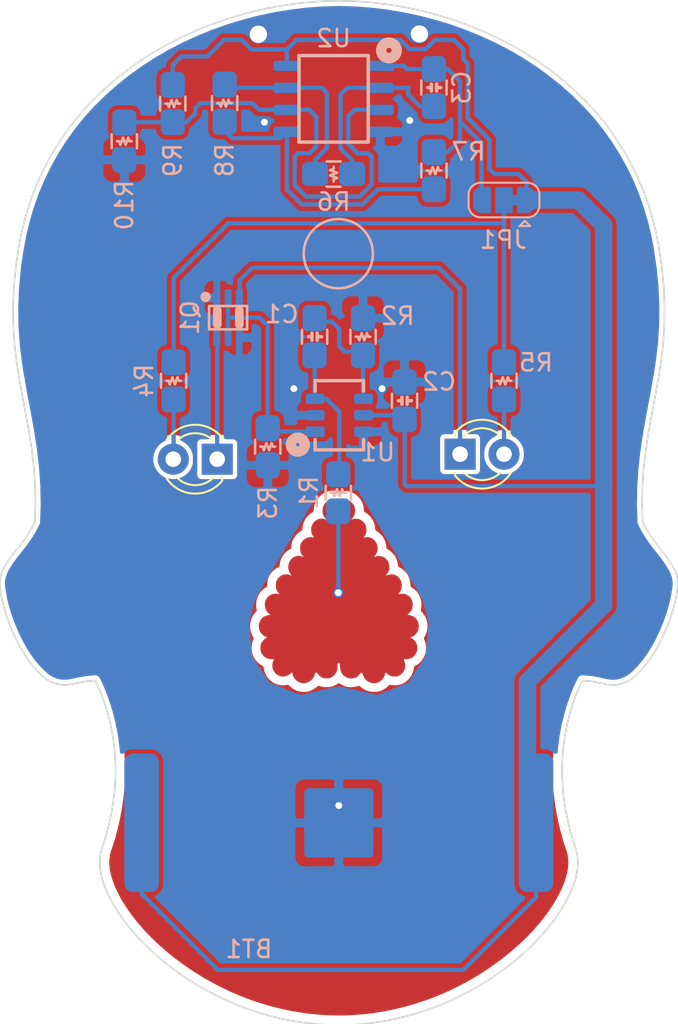
<source format=kicad_pcb>
(kicad_pcb (version 20171130) (host pcbnew "(5.1.2)-2")
  (layers (0 F.Cu signal hide) (31 B.Cu signal) (34 B.Paste user) (35 F.Paste user) (36 B.SilkS user) (37 F.SilkS user hide) (38 B.Mask user) (39 F.Mask user) (44 Edge.Cuts user))
  (net 0 "")
  (net 1 "Net-(C1-Pad1)")
  (net 2 "Net-(C1-Pad2)")
  (net 3 GND)
  (net 4 VCC)
  (net 5 "Net-(D1-Pad2)")
  (net 6 "Net-(D2-Pad2)")
  (net 7 VLED)
  (net 8 "Net-(D1-Pad1)")
  (net 9 "Net-(D2-Pad1)")
  (net 10 Cap_Out)
  (net 11 "Net-(C3-Pad1)")
  (net 12 Vfade)
  (net 13 /Sense)
  (net 14 "Net-(R6-Pad2)")
  (net 15 "Net-(R7-Pad2)")
  (net 16 Vbias)
  (module Calavera:Cap_Pad (layer F.Cu) (at 139.199129 102.78552)
    (fp_text reference G1 hide)
    (fp_text value HeartPad hide)
    (pad 1 smd custom (at 0 5) (size 1 1) (layers F.Cu) (net 13 /Sense) (options (clearance outline) (anchor circle)) (primitives (gr_poly (pts (xy -0.196728 -5.751578) (xy -0.15875 -5.738334) (xy -0.071861 -5.708063) (xy -0.006669 -5.695781) (xy 0.053175 -5.700915) (xy 0.124023 -5.722896) (xy 0.137583 -5.727979) (xy 0.264123 -5.757084) (xy 0.402515 -5.757898) (xy 0.534217 -5.731078) (xy 0.582083 -5.712198) (xy 0.682904 -5.64891) (xy 0.779732 -5.560266) (xy 0.856719 -5.46155) (xy 0.874803 -5.429889) (xy 0.925547 -5.287933) (xy 0.94199 -5.134938) (xy 0.925578 -4.980648) (xy 0.877756 -4.834808) (xy 0.799969 -4.70716) (xy 0.761189 -4.663779) (xy 0.719418 -4.620565) (xy 0.708819 -4.602238) (xy 0.731897 -4.606202) (xy 0.791158 -4.629865) (xy 0.79315 -4.630697) (xy 0.902922 -4.65849) (xy 1.029114 -4.662378) (xy 1.153535 -4.642835) (xy 1.220762 -4.619619) (xy 1.354116 -4.5392) (xy 1.460123 -4.431712) (xy 1.537174 -4.303702) (xy 1.583657 -4.161713) (xy 1.597962 -4.01229) (xy 1.57848 -3.861978) (xy 1.523598 -3.71732) (xy 1.46535 -3.625672) (xy 1.434797 -3.581292) (xy 1.432304 -3.564355) (xy 1.445693 -3.5667) (xy 1.487059 -3.577457) (xy 1.551446 -3.589192) (xy 1.585549 -3.594156) (xy 1.723481 -3.592032) (xy 1.858025 -3.552237) (xy 1.982317 -3.479288) (xy 2.089493 -3.377704) (xy 2.172688 -3.252005) (xy 2.200165 -3.189594) (xy 2.237857 -3.033468) (xy 2.237308 -2.874586) (xy 2.200132 -2.721262) (xy 2.127941 -2.581806) (xy 2.067899 -2.507625) (xy 2.027682 -2.463357) (xy 2.017695 -2.443665) (xy 2.040583 -2.446321) (xy 2.098992 -2.469096) (xy 2.10879 -2.473191) (xy 2.177215 -2.492696) (xy 2.26395 -2.505524) (xy 2.31775 -2.508366) (xy 2.469242 -2.489502) (xy 2.606559 -2.433999) (xy 2.724795 -2.346528) (xy 2.819043 -2.231757) (xy 2.884395 -2.094354) (xy 2.915929 -1.939205) (xy 2.911694 -1.768945) (xy 2.869098 -1.61377) (xy 2.792727 -1.476503) (xy 2.75278 -1.418016) (xy 2.726048 -1.376019) (xy 2.718147 -1.35935) (xy 2.718263 -1.359333) (xy 2.740279 -1.367302) (xy 2.787657 -1.387556) (xy 2.818146 -1.401202) (xy 2.944893 -1.437871) (xy 3.084622 -1.443737) (xy 3.221697 -1.419188) (xy 3.297793 -1.389215) (xy 3.428451 -1.301645) (xy 3.529518 -1.186056) (xy 3.598591 -1.04688) (xy 3.633262 -0.88855) (xy 3.635661 -0.766666) (xy 3.615438 -0.620945) (xy 3.569198 -0.49716) (xy 3.4906 -0.379767) (xy 3.465911 -0.350465) (xy 3.42875 -0.305105) (xy 3.420011 -0.285401) (xy 3.43798 -0.28728) (xy 3.439583 -0.28788) (xy 3.565252 -0.319245) (xy 3.701965 -0.326582) (xy 3.768143 -0.320205) (xy 3.913257 -0.278132) (xy 4.035884 -0.204938) (xy 4.134568 -0.106244) (xy 4.207849 0.012328) (xy 4.254271 0.145158) (xy 4.272376 0.286625) (xy 4.260706 0.431108) (xy 4.217803 0.572987) (xy 4.14221 0.706641) (xy 4.059178 0.801986) (xy 3.957759 0.899555) (xy 4.067805 0.912589) (xy 4.18279 0.938676) (xy 4.297873 0.986016) (xy 4.397979 1.047277) (xy 4.457994 1.102373) (xy 4.549103 1.240127) (xy 4.603977 1.390447) (xy 4.62278 1.546518) (xy 4.605676 1.701522) (xy 4.552827 1.848644) (xy 4.464399 1.981067) (xy 4.436201 2.011636) (xy 4.367799 2.071304) (xy 4.290836 2.123486) (xy 4.217911 2.160704) (xy 4.161625 2.175481) (xy 4.160093 2.1755) (xy 4.130899 2.185681) (xy 4.134162 2.20749) (xy 4.167685 2.227735) (xy 4.234495 2.26123) (xy 4.310775 2.31732) (xy 4.38182 2.383848) (xy 4.430832 2.445265) (xy 4.488689 2.55688) (xy 4.520982 2.673443) (xy 4.53219 2.811524) (xy 4.532288 2.820556) (xy 4.528991 2.911433) (xy 4.514008 2.985969) (xy 4.48215 3.06619) (xy 4.466969 3.097827) (xy 4.378198 3.237126) (xy 4.266253 3.341095) (xy 4.130757 3.409965) (xy 3.971332 3.443963) (xy 3.889375 3.447957) (xy 3.81781 3.450508) (xy 3.766553 3.456726) (xy 3.746507 3.465276) (xy 3.7465 3.465453) (xy 3.754464 3.493042) (xy 3.774881 3.545364) (xy 3.791946 3.585191) (xy 3.833952 3.729876) (xy 3.838058 3.879467) (xy 3.806865 4.026541) (xy 3.74297 4.163676) (xy 3.648974 4.283449) (xy 3.527476 4.378438) (xy 3.510792 4.388029) (xy 3.445791 4.420977) (xy 3.388388 4.439952) (xy 3.322099 4.448597) (xy 3.23044 4.450555) (xy 3.227916 4.45055) (xy 3.094463 4.441386) (xy 2.984588 4.410587) (xy 2.882555 4.352217) (xy 2.807669 4.292037) (xy 2.742729 4.244319) (xy 2.69643 4.230347) (xy 2.671126 4.250359) (xy 2.667 4.277813) (xy 2.648203 4.387139) (xy 2.596719 4.500965) (xy 2.519907 4.610062) (xy 2.425127 4.705206) (xy 2.319738 4.777169) (xy 2.243399 4.808868) (xy 2.07522 4.838868) (xy 1.913706 4.829772) (xy 1.763872 4.784253) (xy 1.630736 4.704981) (xy 1.519313 4.594627) (xy 1.434621 4.455864) (xy 1.39838 4.358926) (xy 1.37552 4.290177) (xy 1.353897 4.252676) (xy 1.326063 4.236243) (xy 1.305905 4.232553) (xy 1.264415 4.233857) (xy 1.248833 4.245448) (xy 1.233598 4.278636) (xy 1.193943 4.328613) (xy 1.138941 4.386277) (xy 1.077669 4.442528) (xy 1.0192 4.488266) (xy 0.986963 4.508065) (xy 0.892424 4.541417) (xy 0.77102 4.560989) (xy 0.748485 4.562728) (xy 0.659584 4.565903) (xy 0.592694 4.55926) (xy 0.527984 4.539421) (xy 0.473318 4.515852) (xy 0.345912 4.445004) (xy 0.247598 4.358934) (xy 0.176961 4.265249) (xy 0.1257 4.160665) (xy 0.089076 4.037733) (xy 0.071401 3.914723) (xy 0.073826 3.82837) (xy 0.075438 3.745748) (xy 0.052403 3.697188) (xy 0.004135 3.68192) (xy -0.03345 3.687452) (xy -0.064264 3.697618) (xy -0.079188 3.715614) (xy -0.081729 3.752754) (xy -0.075394 3.820354) (xy -0.0752 3.822107) (xy -0.077089 3.97986) (xy -0.114983 4.132167) (xy -0.184544 4.271954) (xy -0.281434 4.392145) (xy -0.401315 4.485665) (xy -0.51381 4.537513) (xy -0.63084 4.560888) (xy -0.761561 4.562467) (xy -0.888243 4.543339) (xy -0.985694 4.508538) (xy -1.060464 4.458574) (xy -1.140183 4.387242) (xy -1.20957 4.309436) (xy -1.246337 4.254498) (xy -1.280603 4.223342) (xy -1.320205 4.222968) (xy -1.358728 4.240908) (xy -1.380093 4.283768) (xy -1.385823 4.310134) (xy -1.431869 4.45183) (xy -1.512615 4.579718) (xy -1.621235 4.688234) (xy -1.750907 4.771813) (xy -1.894806 4.824891) (xy -2.038086 4.841998) (xy -2.143645 4.829576) (xy -2.257734 4.796815) (xy -2.275417 4.789927) (xy -2.391967 4.725304) (xy -2.496085 4.635179) (xy -2.581012 4.52837) (xy -2.639991 4.413692) (xy -2.666264 4.299962) (xy -2.667 4.279062) (xy -2.676175 4.2316) (xy -2.704443 4.220296) (xy -2.75292 4.24515) (xy -2.793845 4.278924) (xy -2.932212 4.379783) (xy -3.077843 4.439506) (xy -3.229348 4.457734) (xy -3.385334 4.434108) (xy -3.389881 4.432803) (xy -3.532684 4.370581) (xy -3.652722 4.277146) (xy -3.746302 4.158944) (xy -3.809732 4.022425) (xy -3.839321 3.874038) (xy -3.831375 3.72023) (xy -3.822126 3.677866) (xy -3.798784 3.600141) (xy -3.772444 3.531898) (xy -3.755055 3.498292) (xy -3.736176 3.461115) (xy -3.738222 3.444025) (xy -3.738774 3.443951) (xy -3.76781 3.443535) (xy -3.826626 3.443916) (xy -3.90268 3.445012) (xy -3.90525 3.445058) (xy -4.065036 3.428223) (xy -4.208809 3.37315) (xy -4.333377 3.281944) (xy -4.435544 3.156713) (xy -4.486937 3.061369) (xy -4.516332 2.961311) (xy -4.528747 2.838571) (xy -4.523945 2.709345) (xy -4.501689 2.589833) (xy -4.494186 2.565742) (xy -4.45772 2.491715) (xy -4.400487 2.411116) (xy -4.331918 2.334199) (xy -4.261442 2.271218) (xy -4.198489 2.23243) (xy -4.182799 2.227123) (xy -4.141473 2.209352) (xy -4.127893 2.189345) (xy -4.146208 2.176538) (xy -4.160094 2.1755) (xy -4.21556 2.161655) (xy -4.288111 2.125104) (xy -4.365146 2.073324) (xy -4.434067 2.013794) (xy -4.436202 2.011636) (xy -4.53367 1.884048) (xy -4.595599 1.740024) (xy -4.621825 1.586381) (xy -4.612186 1.429934) (xy -4.566517 1.277502) (xy -4.484656 1.1359) (xy -4.457995 1.102373) (xy -4.377522 1.032337) (xy -4.268327 0.972193) (xy -4.143876 0.928319) (xy -4.052854 0.910445) (xy -3.926417 0.894564) (xy -4.006089 0.845205) (xy -4.068125 0.795973) (xy -4.128661 0.731373) (xy -4.146334 0.707798) (xy -4.224644 0.563234) (xy -4.266299 0.416301) (xy -4.274348 0.271282) (xy -4.251841 0.132461) (xy -4.201829 0.00412) (xy -4.127361 -0.109457) (xy -4.031488 -0.203987) (xy -3.917258 -0.275187) (xy -3.787723 -0.318773) (xy -3.645931 -0.330463) (xy -3.494934 -0.305974) (xy -3.437892 -0.287093) (xy -3.420614 -0.286069) (xy -3.431426 -0.308361) (xy -3.465912 -0.350465) (xy -3.540896 -0.444954) (xy -3.589703 -0.531984) (xy -3.617327 -0.62551) (xy -3.628761 -0.739489) (xy -3.629967 -0.809) (xy -3.628198 -0.912423) (xy -3.62156 -0.985974) (xy -3.608056 -1.042016) (xy -3.58569 -1.09291) (xy -3.583412 -1.097215) (xy -3.486734 -1.240602) (xy -3.36973 -1.347893) (xy -3.233748 -1.418027) (xy -3.147113 -1.441185) (xy -3.053636 -1.448414) (xy -2.949998 -1.4408) (xy -2.853288 -1.42074) (xy -2.780596 -1.39063) (xy -2.77887 -1.389535) (xy -2.740282 -1.366694) (xy -2.725175 -1.365167) (xy -2.734121 -1.388545) (xy -2.767693 -1.440419) (xy -2.792728 -1.476503) (xy -2.869464 -1.617773) (xy -2.910456 -1.765618) (xy -2.917919 -1.914426) (xy -2.89407 -2.058581) (xy -2.841124 -2.192469) (xy -2.761295 -2.310477) (xy -2.6568 -2.406989) (xy -2.529853 -2.476392) (xy -2.383756 -2.512942) (xy -2.297382 -2.515765) (xy -2.205378 -2.501671) (xy -2.095197 -2.468301) (xy -2.042584 -2.44878) (xy -2.023221 -2.445716) (xy -2.031885 -2.464275) (xy -2.06676 -2.504444) (xy -2.146229 -2.603131) (xy -2.19715 -2.701627) (xy -2.224368 -2.813152) (xy -2.232727 -2.950924) (xy -2.232737 -2.957416) (xy -2.231035 -3.055769) (xy -2.224161 -3.126165) (xy -2.209385 -3.182909) (xy -2.183976 -3.240307) (xy -2.175682 -3.256361) (xy -2.089444 -3.381543) (xy -1.979346 -3.481463) (xy -1.852598 -3.55301) (xy -1.716407 -3.593073) (xy -1.577983 -3.598543) (xy -1.451244 -3.568967) (xy -1.429197 -3.563503) (xy -1.43088 -3.577121) (xy -1.457807 -3.616045) (xy -1.465038 -3.625672) (xy -1.535808 -3.738331) (xy -1.576864 -3.855277) (xy -1.593056 -3.991611) (xy -1.593767 -4.026333) (xy -1.589005 -4.140094) (xy -1.571156 -4.229664) (xy -1.550694 -4.284052) (xy -1.484359 -4.396725) (xy -1.393558 -4.501842) (xy -1.290875 -4.586149) (xy -1.231993 -4.619746) (xy -1.118629 -4.654953) (xy -0.990414 -4.666372) (xy -0.865853 -4.653476) (xy -0.796457 -4.63216) (xy -0.73349 -4.607105) (xy -0.706894 -4.602335) (xy -0.714823 -4.620697) (xy -0.75543 -4.66504) (xy -0.767244 -4.677208) (xy -0.85918 -4.796854) (xy -0.915287 -4.932625) (xy -0.937752 -5.090271) (xy -0.9384 -5.127) (xy -0.923749 -5.286393) (xy -0.877958 -5.422) (xy -0.797562 -5.542068) (xy -0.738109 -5.60375) (xy -0.608266 -5.703317) (xy -0.475748 -5.760913) (xy -0.339065 -5.776885) (xy -0.196728 -5.751578)) (width 0.01))))
  )
  (module Calavera:Calavera_Board_Margins (layer F.Cu) (at 139.199129 102.78552)
    (fp_text reference Margin1 hide)
    (fp_text value Calavera_Board_Margins hide)
    (fp_line (start 0.000049 -29.602613) (end 0.95171 -29.575913) (layer Edge.Cuts) (width 0.1))
    (fp_line (start 0.95171 -29.575913) (end 1.900256 -29.505513) (layer Edge.Cuts) (width 0.1))
    (fp_line (start 1.900256 -29.505513) (end 2.843524 -29.392363) (layer Edge.Cuts) (width 0.1))
    (fp_line (start 2.843524 -29.392363) (end 3.779752 -29.237423) (layer Edge.Cuts) (width 0.1))
    (fp_line (start 3.779752 -29.237423) (end 4.706776 -29.041563) (layer Edge.Cuts) (width 0.1))
    (fp_line (start 4.706776 -29.041563) (end 5.622969 -28.805633) (layer Edge.Cuts) (width 0.1))
    (fp_line (start 5.622969 -28.805633) (end 6.526164 -28.530442) (layer Edge.Cuts) (width 0.1))
    (fp_line (start 6.526164 -28.530442) (end 7.414471 -28.216912) (layer Edge.Cuts) (width 0.1))
    (fp_line (start 7.414471 -28.216912) (end 8.28545 -27.863843) (layer Edge.Cuts) (width 0.1))
    (fp_line (start 8.28545 -27.863843) (end 9.137343 -27.473112) (layer Edge.Cuts) (width 0.1))
    (fp_line (start 9.137343 -27.473112) (end 9.967711 -27.044982) (layer Edge.Cuts) (width 0.1))
    (fp_line (start 9.967711 -27.044982) (end 10.774251 -26.579613) (layer Edge.Cuts) (width 0.1))
    (fp_line (start 10.774251 -26.579613) (end 11.552369 -26.074312) (layer Edge.Cuts) (width 0.1))
    (fp_line (start 11.552369 -26.074312) (end 12.301918 -25.534032) (layer Edge.Cuts) (width 0.1))
    (fp_line (start 12.301918 -25.534032) (end 13.020063 -24.959753) (layer Edge.Cuts) (width 0.1))
    (fp_line (start 13.020063 -24.959753) (end 13.704231 -24.352492) (layer Edge.Cuts) (width 0.1))
    (fp_line (start 13.704231 -24.352492) (end 14.354148 -23.715192) (layer Edge.Cuts) (width 0.1))
    (fp_line (start 14.354148 -23.715192) (end 14.960613 -23.044472) (layer Edge.Cuts) (width 0.1))
    (fp_line (start 14.960613 -23.044472) (end 15.522945 -22.344013) (layer Edge.Cuts) (width 0.1))
    (fp_line (start 15.522945 -22.344013) (end 16.0402 -21.617902) (layer Edge.Cuts) (width 0.1))
    (fp_line (start 16.0402 -21.617902) (end 16.511561 -20.869732) (layer Edge.Cuts) (width 0.1))
    (fp_line (start 16.511561 -20.869732) (end 16.936085 -20.103402) (layer Edge.Cuts) (width 0.1))
    (fp_line (start 16.936085 -20.103402) (end 17.313095 -19.322793) (layer Edge.Cuts) (width 0.1))
    (fp_line (start 17.313095 -19.322793) (end 17.641506 -18.531843) (layer Edge.Cuts) (width 0.1))
    (fp_line (start 17.641506 -18.531843) (end 17.923753 -17.733803) (layer Edge.Cuts) (width 0.1))
    (fp_line (start 17.923753 -17.733803) (end 18.160383 -16.931243) (layer Edge.Cuts) (width 0.1))
    (fp_line (start 18.160383 -16.931243) (end 18.353153 -16.130793) (layer Edge.Cuts) (width 0.1))
    (fp_line (start 18.353153 -16.130793) (end 18.503955 -15.338983) (layer Edge.Cuts) (width 0.1))
    (fp_line (start 18.503955 -15.338983) (end 18.620647 -14.554683) (layer Edge.Cuts) (width 0.1))
    (fp_line (start 18.620647 -14.554683) (end 18.676277 -14.167493) (layer Edge.Cuts) (width 0.1))
    (fp_line (start 18.676277 -14.167493) (end 18.712827 -13.781013) (layer Edge.Cuts) (width 0.1))
    (fp_line (start 18.712827 -13.781013) (end 18.784707 -13.019093) (layer Edge.Cuts) (width 0.1))
    (fp_line (start 18.784707 -13.019093) (end 18.815977 -12.268632) (layer Edge.Cuts) (width 0.1))
    (fp_line (start 18.815977 -12.268632) (end 18.830447 -11.899283) (layer Edge.Cuts) (width 0.1))
    (fp_line (start 18.830447 -11.899283) (end 18.827447 -11.533473) (layer Edge.Cuts) (width 0.1))
    (fp_line (start 18.827447 -11.533473) (end 18.816887 -10.814183) (layer Edge.Cuts) (width 0.1))
    (fp_line (start 18.816887 -10.814183) (end 18.771947 -10.113142) (layer Edge.Cuts) (width 0.1))
    (fp_line (start 18.771947 -10.113142) (end 18.747577 -9.769303) (layer Edge.Cuts) (width 0.1))
    (fp_line (start 18.747577 -9.769303) (end 18.708857 -9.431533) (layer Edge.Cuts) (width 0.1))
    (fp_line (start 18.708857 -9.431533) (end 18.629627 -8.76976) (layer Edge.Cuts) (width 0.1))
    (fp_line (start 18.629627 -8.76976) (end 18.533557 -8.129752) (layer Edge.Cuts) (width 0.1))
    (fp_line (start 18.533557 -8.129752) (end 18.32089 -6.912233) (layer Edge.Cuts) (width 0.1))
    (fp_line (start 18.32089 -6.912233) (end 18.105488 -5.777618) (layer Edge.Cuts) (width 0.1))
    (fp_line (start 18.105488 -5.777618) (end 17.915313 -4.722622) (layer Edge.Cuts) (width 0.1))
    (fp_line (start 17.915313 -4.722622) (end 17.762796 -3.747512) (layer Edge.Cuts) (width 0.1))
    (fp_line (start 17.762796 -3.747512) (end 17.655675 -2.855051) (layer Edge.Cuts) (width 0.1))
    (fp_line (start 17.655675 -2.855051) (end 17.613705 -2.441672) (layer Edge.Cuts) (width 0.1))
    (fp_line (start 17.613705 -2.441672) (end 17.589075 -2.050371) (layer Edge.Cuts) (width 0.1))
    (fp_line (start 17.589075 -2.050371) (end 17.564575 -1.682571) (layer Edge.Cuts) (width 0.1))
    (fp_line (start 17.564575 -1.682571) (end 17.552805 -1.507671) (layer Edge.Cuts) (width 0.1))
    (fp_line (start 17.552805 -1.507671) (end 17.549705 -1.338991) (layer Edge.Cuts) (width 0.1))
    (fp_line (start 17.549705 -1.338991) (end 17.539415 -0.726333) (layer Edge.Cuts) (width 0.1))
    (fp_line (start 17.539415 -0.726333) (end 17.534915 -0.457831) (layer Edge.Cuts) (width 0.1))
    (fp_line (start 17.534915 -0.457831) (end 17.542315 -0.214941) (layer Edge.Cuts) (width 0.1))
    (fp_line (start 17.542315 -0.214941) (end 17.569795 0.533237) (layer Edge.Cuts) (width 0.1))
    (fp_line (start 17.569795 0.533237) (end 17.731332 0.843506) (layer Edge.Cuts) (width 0.1))
    (fp_line (start 17.731332 0.843506) (end 17.914994 1.160059) (layer Edge.Cuts) (width 0.1))
    (fp_line (start 17.914994 1.160059) (end 18.114785 1.466149) (layer Edge.Cuts) (width 0.1))
    (fp_line (start 18.114785 1.466149) (end 18.339111 1.771008) (layer Edge.Cuts) (width 0.1))
    (fp_line (start 18.339111 1.771008) (end 18.846349 2.409998) (layer Edge.Cuts) (width 0.1))
    (fp_line (start 18.846349 2.409998) (end 19.102198 2.76476) (layer Edge.Cuts) (width 0.1))
    (fp_line (start 19.102198 2.76476) (end 19.343025 3.155928) (layer Edge.Cuts) (width 0.1))
    (fp_line (start 19.343025 3.155928) (end 19.450068 3.373619) (layer Edge.Cuts) (width 0.1))
    (fp_line (start 19.450068 3.373619) (end 19.537148 3.613358) (layer Edge.Cuts) (width 0.1))
    (fp_line (start 19.537148 3.613358) (end 19.591708 3.87692) (layer Edge.Cuts) (width 0.1))
    (fp_line (start 19.591708 3.87692) (end 19.600508 4.150528) (layer Edge.Cuts) (width 0.1))
    (fp_line (start 19.600508 4.150528) (end 19.572038 4.408068) (layer Edge.Cuts) (width 0.1))
    (fp_line (start 19.572038 4.408068) (end 19.532548 4.64196) (layer Edge.Cuts) (width 0.1))
    (fp_line (start 19.532548 4.64196) (end 19.493158 4.875769) (layer Edge.Cuts) (width 0.1))
    (fp_line (start 19.493158 4.875769) (end 19.443338 5.11993) (layer Edge.Cuts) (width 0.1))
    (fp_line (start 19.443338 5.11993) (end 19.321099 5.59816) (layer Edge.Cuts) (width 0.1))
    (fp_line (start 19.321099 5.59816) (end 19.169886 6.07007) (layer Edge.Cuts) (width 0.1))
    (fp_line (start 19.169886 6.07007) (end 18.995928 6.536907) (layer Edge.Cuts) (width 0.1))
    (fp_line (start 18.995928 6.536907) (end 18.800456 6.998119) (layer Edge.Cuts) (width 0.1))
    (fp_line (start 18.800456 6.998119) (end 18.582749 7.451723) (layer Edge.Cuts) (width 0.1))
    (fp_line (start 18.582749 7.451723) (end 18.341952 7.895848) (layer Edge.Cuts) (width 0.1))
    (fp_line (start 18.341952 7.895848) (end 18.072429 8.324968) (layer Edge.Cuts) (width 0.1))
    (fp_line (start 18.072429 8.324968) (end 17.775291 8.736368) (layer Edge.Cuts) (width 0.1))
    (fp_line (start 17.775291 8.736368) (end 17.444035 9.12329) (layer Edge.Cuts) (width 0.1))
    (fp_line (start 17.444035 9.12329) (end 17.072034 9.478609) (layer Edge.Cuts) (width 0.1))
    (fp_line (start 17.072034 9.478609) (end 16.85788 9.639629) (layer Edge.Cuts) (width 0.1))
    (fp_line (start 16.85788 9.639629) (end 16.62003 9.772897) (layer Edge.Cuts) (width 0.1))
    (fp_line (start 16.62003 9.772897) (end 16.364993 9.871897) (layer Edge.Cuts) (width 0.1))
    (fp_line (start 16.364993 9.871897) (end 16.098986 9.930097) (layer Edge.Cuts) (width 0.1))
    (fp_line (start 16.098986 9.930097) (end 15.83136 9.946687) (layer Edge.Cuts) (width 0.1))
    (fp_line (start 15.83136 9.946687) (end 15.571309 9.926977) (layer Edge.Cuts) (width 0.1))
    (fp_line (start 15.571309 9.926977) (end 15.32515 9.881347) (layer Edge.Cuts) (width 0.1))
    (fp_line (start 15.32515 9.881347) (end 15.103735 9.827477) (layer Edge.Cuts) (width 0.1))
    (fp_line (start 15.103735 9.827477) (end 14.590814 9.730377) (layer Edge.Cuts) (width 0.1))
    (fp_line (start 14.590814 9.730377) (end 14.084528 9.686377) (layer Edge.Cuts) (width 0.1))
    (fp_line (start 14.084528 9.686377) (end 13.970813 9.917065) (layer Edge.Cuts) (width 0.1))
    (fp_line (start 13.970813 9.917065) (end 13.826407 10.240743) (layer Edge.Cuts) (width 0.1))
    (fp_line (start 13.826407 10.240743) (end 13.668664 10.636935) (layer Edge.Cuts) (width 0.1))
    (fp_line (start 13.668664 10.636935) (end 13.504652 11.104593) (layer Edge.Cuts) (width 0.1))
    (fp_line (start 13.504652 11.104593) (end 13.341335 11.642587) (layer Edge.Cuts) (width 0.1))
    (fp_line (start 13.341335 11.642587) (end 13.190128 12.250145) (layer Edge.Cuts) (width 0.1))
    (fp_line (start 13.190128 12.250145) (end 13.061255 12.925526) (layer Edge.Cuts) (width 0.1))
    (fp_line (start 13.061255 12.925526) (end 12.965005 13.664925) (layer Edge.Cuts) (width 0.1))
    (fp_line (start 12.965005 13.664925) (end 12.911935 14.464387) (layer Edge.Cuts) (width 0.1))
    (fp_line (start 12.911935 14.464387) (end 12.905135 14.884766) (layer Edge.Cuts) (width 0.1))
    (fp_line (start 12.905135 14.884766) (end 12.913235 15.317957) (layer Edge.Cuts) (width 0.1))
    (fp_line (start 12.913235 15.317957) (end 12.936915 15.762846) (layer Edge.Cuts) (width 0.1))
    (fp_line (start 12.936915 15.762846) (end 12.976985 16.218506) (layer Edge.Cuts) (width 0.1))
    (fp_line (start 12.976985 16.218506) (end 13.034285 16.683979) (layer Edge.Cuts) (width 0.1))
    (fp_line (start 13.034285 16.683979) (end 13.109515 17.158166) (layer Edge.Cuts) (width 0.1))
    (fp_line (start 13.109515 17.158166) (end 13.203405 17.640022) (layer Edge.Cuts) (width 0.1))
    (fp_line (start 13.203405 17.640022) (end 13.316766 18.128567) (layer Edge.Cuts) (width 0.1))
    (fp_line (start 13.316766 18.128567) (end 13.449973 18.619846) (layer Edge.Cuts) (width 0.1))
    (fp_line (start 13.449973 18.619846) (end 13.521993 18.867837) (layer Edge.Cuts) (width 0.1))
    (fp_line (start 13.521993 18.867837) (end 13.604983 19.120347) (layer Edge.Cuts) (width 0.1))
    (fp_line (start 13.604983 19.120347) (end 13.688783 19.375255) (layer Edge.Cuts) (width 0.1))
    (fp_line (start 13.688783 19.375255) (end 13.731563 19.513627) (layer Edge.Cuts) (width 0.1))
    (fp_line (start 13.731563 19.513627) (end 13.767303 19.661196) (layer Edge.Cuts) (width 0.1))
    (fp_line (start 13.767303 19.661196) (end 13.810353 19.961577) (layer Edge.Cuts) (width 0.1))
    (fp_line (start 13.810353 19.961577) (end 13.819153 20.264345) (layer Edge.Cuts) (width 0.1))
    (fp_line (start 13.819153 20.264345) (end 13.796793 20.565249) (layer Edge.Cuts) (width 0.1))
    (fp_line (start 13.796793 20.565249) (end 13.748903 20.862147) (layer Edge.Cuts) (width 0.1))
    (fp_line (start 13.748903 20.862147) (end 13.678923 21.154182) (layer Edge.Cuts) (width 0.1))
    (fp_line (start 13.678923 21.154182) (end 13.590243 21.440516) (layer Edge.Cuts) (width 0.1))
    (fp_line (start 13.590243 21.440516) (end 13.486046 21.721906) (layer Edge.Cuts) (width 0.1))
    (fp_line (start 13.486046 21.721906) (end 13.367559 21.997805) (layer Edge.Cuts) (width 0.1))
    (fp_line (start 13.367559 21.997805) (end 13.094379 22.534396) (layer Edge.Cuts) (width 0.1))
    (fp_line (start 13.094379 22.534396) (end 12.779099 23.051455) (layer Edge.Cuts) (width 0.1))
    (fp_line (start 12.779099 23.051455) (end 12.431466 23.551655) (layer Edge.Cuts) (width 0.1))
    (fp_line (start 12.431466 23.551655) (end 12.053598 24.03487) (layer Edge.Cuts) (width 0.1))
    (fp_line (start 12.053598 24.03487) (end 11.647799 24.501097) (layer Edge.Cuts) (width 0.1))
    (fp_line (start 11.647799 24.501097) (end 11.216306 24.950263) (layer Edge.Cuts) (width 0.1))
    (fp_line (start 11.216306 24.950263) (end 10.761389 25.382405) (layer Edge.Cuts) (width 0.1))
    (fp_line (start 10.761389 25.382405) (end 10.285336 25.797547) (layer Edge.Cuts) (width 0.1))
    (fp_line (start 10.285336 25.797547) (end 9.790371 26.195597) (layer Edge.Cuts) (width 0.1))
    (fp_line (start 9.790371 26.195597) (end 9.276182 26.576047) (layer Edge.Cuts) (width 0.1))
    (fp_line (start 9.276182 26.576047) (end 8.744492 26.938407) (layer Edge.Cuts) (width 0.1))
    (fp_line (start 8.744492 26.938407) (end 8.196218 27.281895) (layer Edge.Cuts) (width 0.1))
    (fp_line (start 8.196218 27.281895) (end 7.632279 27.605725) (layer Edge.Cuts) (width 0.1))
    (fp_line (start 7.632279 27.605725) (end 7.053643 27.909327) (layer Edge.Cuts) (width 0.1))
    (fp_line (start 7.053643 27.909327) (end 6.460778 28.190767) (layer Edge.Cuts) (width 0.1))
    (fp_line (start 6.460778 28.190767) (end 5.854517 28.448713) (layer Edge.Cuts) (width 0.1))
    (fp_line (start 5.854517 28.448713) (end 5.235801 28.681775) (layer Edge.Cuts) (width 0.1))
    (fp_line (start 5.235801 28.681775) (end 4.606489 28.890825) (layer Edge.Cuts) (width 0.1))
    (fp_line (start 4.606489 28.890825) (end 3.967508 29.074756) (layer Edge.Cuts) (width 0.1))
    (fp_line (start 3.967508 29.074756) (end 3.320078 29.232827) (layer Edge.Cuts) (width 0.1))
    (fp_line (start 3.320078 29.232827) (end 2.665371 29.364226) (layer Edge.Cuts) (width 0.1))
    (fp_line (start 2.665371 29.364226) (end 2.004406 29.466489) (layer Edge.Cuts) (width 0.1))
    (fp_line (start 2.004406 29.466489) (end 1.338867 29.540419) (layer Edge.Cuts) (width 0.1))
    (fp_line (start 1.338867 29.540419) (end 0.669185 29.585919) (layer Edge.Cuts) (width 0.1))
    (fp_line (start 0.669185 29.585919) (end 0.003836 29.603009) (layer Edge.Cuts) (width 0.1))
    (fp_line (start 0.003836 29.603009) (end -0.670203 29.585839) (layer Edge.Cuts) (width 0.1))
    (fp_line (start -0.670203 29.585839) (end -1.339455 29.540409) (layer Edge.Cuts) (width 0.1))
    (fp_line (start -1.339455 29.540409) (end -2.00444 29.466489) (layer Edge.Cuts) (width 0.1))
    (fp_line (start -2.00444 29.466489) (end -2.665688 29.364233) (layer Edge.Cuts) (width 0.1))
    (fp_line (start -2.665688 29.364233) (end -3.320395 29.232845) (layer Edge.Cuts) (width 0.1))
    (fp_line (start -3.320395 29.232845) (end -3.967824 29.074763) (layer Edge.Cuts) (width 0.1))
    (fp_line (start -3.967824 29.074763) (end -4.606689 28.890823) (layer Edge.Cuts) (width 0.1))
    (fp_line (start -4.606689 28.890823) (end -5.235987 28.681773) (layer Edge.Cuts) (width 0.1))
    (fp_line (start -5.235987 28.681773) (end -5.854621 28.448715) (layer Edge.Cuts) (width 0.1))
    (fp_line (start -5.854621 28.448715) (end -6.460826 28.190764) (layer Edge.Cuts) (width 0.1))
    (fp_line (start -6.460826 28.190764) (end -7.053706 27.909333) (layer Edge.Cuts) (width 0.1))
    (fp_line (start -7.053706 27.909333) (end -7.63233 27.605733) (layer Edge.Cuts) (width 0.1))
    (fp_line (start -7.63233 27.605733) (end -8.196364 27.281796) (layer Edge.Cuts) (width 0.1))
    (fp_line (start -8.196364 27.281796) (end -8.74469 26.93831) (layer Edge.Cuts) (width 0.1))
    (fp_line (start -8.74469 26.93831) (end -9.27633 26.57604) (layer Edge.Cuts) (width 0.1))
    (fp_line (start -9.27633 26.57604) (end -9.790433 26.195648) (layer Edge.Cuts) (width 0.1))
    (fp_line (start -9.790433 26.195648) (end -10.285469 25.797597) (layer Edge.Cuts) (width 0.1))
    (fp_line (start -10.285469 25.797597) (end -10.761588 25.382459) (layer Edge.Cuts) (width 0.1))
    (fp_line (start -10.761588 25.382459) (end -11.216507 24.950246) (layer Edge.Cuts) (width 0.1))
    (fp_line (start -11.216507 24.950246) (end -11.648 24.501) (layer Edge.Cuts) (width 0.1))
    (fp_line (start -11.648 24.501) (end -12.053799 24.034775) (layer Edge.Cuts) (width 0.1))
    (fp_line (start -12.053799 24.034775) (end -12.431665 23.551569) (layer Edge.Cuts) (width 0.1))
    (fp_line (start -12.431665 23.551569) (end -12.779298 23.051359) (layer Edge.Cuts) (width 0.1))
    (fp_line (start -12.779298 23.051359) (end -13.094578 22.53431) (layer Edge.Cuts) (width 0.1))
    (fp_line (start -13.094578 22.53431) (end -13.367758 21.997719) (layer Edge.Cuts) (width 0.1))
    (fp_line (start -13.367758 21.997719) (end -13.486227 21.721812) (layer Edge.Cuts) (width 0.1))
    (fp_line (start -13.486227 21.721812) (end -13.590443 21.44043) (layer Edge.Cuts) (width 0.1))
    (fp_line (start -13.590443 21.44043) (end -13.679124 21.154085) (layer Edge.Cuts) (width 0.1))
    (fp_line (start -13.679124 21.154085) (end -13.749098 20.86204) (layer Edge.Cuts) (width 0.1))
    (fp_line (start -13.749098 20.86204) (end -13.796967 20.565145) (layer Edge.Cuts) (width 0.1))
    (fp_line (start -13.796967 20.565145) (end -13.819358 20.264259) (layer Edge.Cuts) (width 0.1))
    (fp_line (start -13.819358 20.264259) (end -13.810658 19.96175) (layer Edge.Cuts) (width 0.1))
    (fp_line (start -13.810658 19.96175) (end -13.766928 19.65813) (layer Edge.Cuts) (width 0.1))
    (fp_line (start -13.766928 19.65813) (end -13.730238 19.508699) (layer Edge.Cuts) (width 0.1))
    (fp_line (start -13.730238 19.508699) (end -13.687728 19.37119) (layer Edge.Cuts) (width 0.1))
    (fp_line (start -13.687728 19.37119) (end -13.605158 19.12024) (layer Edge.Cuts) (width 0.1))
    (fp_line (start -13.605158 19.12024) (end -13.523258 18.871421) (layer Edge.Cuts) (width 0.1))
    (fp_line (start -13.523258 18.871421) (end -13.450838 18.6223) (layer Edge.Cuts) (width 0.1))
    (fp_line (start -13.450838 18.6223) (end -13.316956 18.128471) (layer Edge.Cuts) (width 0.1))
    (fp_line (start -13.316956 18.128471) (end -13.203596 17.639851) (layer Edge.Cuts) (width 0.1))
    (fp_line (start -13.203596 17.639851) (end -13.109702 17.157929) (layer Edge.Cuts) (width 0.1))
    (fp_line (start -13.109702 17.157929) (end -13.034471 16.683808) (layer Edge.Cuts) (width 0.1))
    (fp_line (start -13.034471 16.683808) (end -12.977174 16.218409) (layer Edge.Cuts) (width 0.1))
    (fp_line (start -12.977174 16.218409) (end -12.937035 15.762675) (layer Edge.Cuts) (width 0.1))
    (fp_line (start -12.937035 15.762675) (end -12.913284 15.317709) (layer Edge.Cuts) (width 0.1))
    (fp_line (start -12.913284 15.317709) (end -12.905174 14.884595) (layer Edge.Cuts) (width 0.1))
    (fp_line (start -12.905174 14.884595) (end -12.911884 14.464291) (layer Edge.Cuts) (width 0.1))
    (fp_line (start -12.911884 14.464291) (end -12.964954 13.664839) (layer Edge.Cuts) (width 0.1))
    (fp_line (start -12.964954 13.664839) (end -13.061334 12.925429) (layer Edge.Cuts) (width 0.1))
    (fp_line (start -13.061334 12.925429) (end -13.190208 12.25004) (layer Edge.Cuts) (width 0.1))
    (fp_line (start -13.190208 12.25004) (end -13.341417 11.642488) (layer Edge.Cuts) (width 0.1))
    (fp_line (start -13.341417 11.642488) (end -13.504739 11.104505) (layer Edge.Cuts) (width 0.1))
    (fp_line (start -13.504739 11.104505) (end -13.668748 10.636839) (layer Edge.Cuts) (width 0.1))
    (fp_line (start -13.668748 10.636839) (end -13.826473 10.240642) (layer Edge.Cuts) (width 0.1))
    (fp_line (start -13.826473 10.240642) (end -13.970898 9.916968) (layer Edge.Cuts) (width 0.1))
    (fp_line (start -13.970898 9.916968) (end -14.084609 9.68627) (layer Edge.Cuts) (width 0.1))
    (fp_line (start -14.084609 9.68627) (end -14.590898 9.73027) (layer Edge.Cuts) (width 0.1))
    (fp_line (start -14.590898 9.73027) (end -15.10382 9.82737) (layer Edge.Cuts) (width 0.1))
    (fp_line (start -15.10382 9.82737) (end -15.325269 9.881282) (layer Edge.Cuts) (width 0.1))
    (fp_line (start -15.325269 9.881282) (end -15.571393 9.92687) (layer Edge.Cuts) (width 0.1))
    (fp_line (start -15.571393 9.92687) (end -15.831441 9.94658) (layer Edge.Cuts) (width 0.1))
    (fp_line (start -15.831441 9.94658) (end -16.099071 9.92999) (layer Edge.Cuts) (width 0.1))
    (fp_line (start -16.099071 9.92999) (end -16.365075 9.87179) (layer Edge.Cuts) (width 0.1))
    (fp_line (start -16.365075 9.87179) (end -16.62025 9.77279) (layer Edge.Cuts) (width 0.1))
    (fp_line (start -16.62025 9.77279) (end -16.857962 9.639508) (layer Edge.Cuts) (width 0.1))
    (fp_line (start -16.857962 9.639508) (end -17.072119 9.478499) (layer Edge.Cuts) (width 0.1))
    (fp_line (start -17.072119 9.478499) (end -17.44412 9.123039) (layer Edge.Cuts) (width 0.1))
    (fp_line (start -17.44412 9.123039) (end -17.775373 8.736258) (layer Edge.Cuts) (width 0.1))
    (fp_line (start -17.775373 8.736258) (end -18.072513 8.32486) (layer Edge.Cuts) (width 0.1))
    (fp_line (start -18.072513 8.32486) (end -18.342038 7.895738) (layer Edge.Cuts) (width 0.1))
    (fp_line (start -18.342038 7.895738) (end -18.582834 7.451611) (layer Edge.Cuts) (width 0.1))
    (fp_line (start -18.582834 7.451611) (end -18.800541 6.997998) (layer Edge.Cuts) (width 0.1))
    (fp_line (start -18.800541 6.997998) (end -18.996011 6.536795) (layer Edge.Cuts) (width 0.1))
    (fp_line (start -18.996011 6.536795) (end -19.169969 6.069959) (layer Edge.Cuts) (width 0.1))
    (fp_line (start -19.169969 6.069959) (end -19.32118 5.598043) (layer Edge.Cuts) (width 0.1))
    (fp_line (start -19.32118 5.598043) (end -19.443419 5.119819) (layer Edge.Cuts) (width 0.1))
    (fp_line (start -19.443419 5.119819) (end -19.493239 4.875659) (layer Edge.Cuts) (width 0.1))
    (fp_line (start -19.493239 4.875659) (end -19.532629 4.641849) (layer Edge.Cuts) (width 0.1))
    (fp_line (start -19.532629 4.641849) (end -19.57215 4.407953) (layer Edge.Cuts) (width 0.1))
    (fp_line (start -19.57215 4.407953) (end -19.600579 4.150418) (layer Edge.Cuts) (width 0.1))
    (fp_line (start -19.600579 4.150418) (end -19.591779 3.876809) (layer Edge.Cuts) (width 0.1))
    (fp_line (start -19.591779 3.876809) (end -19.537229 3.613239) (layer Edge.Cuts) (width 0.1))
    (fp_line (start -19.537229 3.613239) (end -19.450149 3.373506) (layer Edge.Cuts) (width 0.1))
    (fp_line (start -19.450149 3.373506) (end -19.343107 3.155809) (layer Edge.Cuts) (width 0.1))
    (fp_line (start -19.343107 3.155809) (end -19.102282 2.764519) (layer Edge.Cuts) (width 0.1))
    (fp_line (start -19.102282 2.764519) (end -18.846429 2.409888) (layer Edge.Cuts) (width 0.1))
    (fp_line (start -18.846429 2.409888) (end -18.339193 1.770898) (layer Edge.Cuts) (width 0.1))
    (fp_line (start -18.339193 1.770898) (end -18.114866 1.466033) (layer Edge.Cuts) (width 0.1))
    (fp_line (start -18.114866 1.466033) (end -17.915075 1.159938) (layer Edge.Cuts) (width 0.1))
    (fp_line (start -17.915075 1.159938) (end -17.731334 0.84325) (layer Edge.Cuts) (width 0.1))
    (fp_line (start -17.731334 0.84325) (end -17.569742 0.532838) (layer Edge.Cuts) (width 0.1))
    (fp_line (start -17.569742 0.532838) (end -17.542392 -0.213932) (layer Edge.Cuts) (width 0.1))
    (fp_line (start -17.542392 -0.213932) (end -17.534992 -0.456251) (layer Edge.Cuts) (width 0.1))
    (fp_line (start -17.534992 -0.456251) (end -17.539492 -0.724901) (layer Edge.Cuts) (width 0.1))
    (fp_line (start -17.539492 -0.724901) (end -17.549642 -1.338832) (layer Edge.Cuts) (width 0.1))
    (fp_line (start -17.549642 -1.338832) (end -17.552942 -1.507782) (layer Edge.Cuts) (width 0.1))
    (fp_line (start -17.552942 -1.507782) (end -17.564722 -1.682682) (layer Edge.Cuts) (width 0.1))
    (fp_line (start -17.564722 -1.682682) (end -17.589222 -2.050482) (layer Edge.Cuts) (width 0.1))
    (fp_line (start -17.589222 -2.050482) (end -17.613862 -2.441782) (layer Edge.Cuts) (width 0.1))
    (fp_line (start -17.613862 -2.441782) (end -17.655762 -2.855162) (layer Edge.Cuts) (width 0.1))
    (fp_line (start -17.655762 -2.855162) (end -17.763103 -3.747606) (layer Edge.Cuts) (width 0.1))
    (fp_line (start -17.763103 -3.747606) (end -17.915673 -4.722715) (layer Edge.Cuts) (width 0.1))
    (fp_line (start -17.915673 -4.722715) (end -18.10581 -5.77771) (layer Edge.Cuts) (width 0.1))
    (fp_line (start -18.10581 -5.77771) (end -18.321246 -6.912325) (layer Edge.Cuts) (width 0.1))
    (fp_line (start -18.321246 -6.912325) (end -18.533914 -8.129844) (layer Edge.Cuts) (width 0.1))
    (fp_line (start -18.533914 -8.129844) (end -18.630007 -8.769852) (layer Edge.Cuts) (width 0.1))
    (fp_line (start -18.630007 -8.769852) (end -18.70922 -9.431625) (layer Edge.Cuts) (width 0.1))
    (fp_line (start -18.70922 -9.431625) (end -18.74794 -9.769395) (layer Edge.Cuts) (width 0.1))
    (fp_line (start -18.74794 -9.769395) (end -18.77231 -10.113235) (layer Edge.Cuts) (width 0.1))
    (fp_line (start -18.77231 -10.113235) (end -18.81725 -10.814275) (layer Edge.Cuts) (width 0.1))
    (fp_line (start -18.81725 -10.814275) (end -18.82768 -11.533565) (layer Edge.Cuts) (width 0.1))
    (fp_line (start -18.82768 -11.533565) (end -18.83078 -11.899375) (layer Edge.Cuts) (width 0.1))
    (fp_line (start -18.83078 -11.899375) (end -18.81629 -12.268725) (layer Edge.Cuts) (width 0.1))
    (fp_line (start -18.81629 -12.268725) (end -18.78502 -13.019325) (layer Edge.Cuts) (width 0.1))
    (fp_line (start -18.78502 -13.019325) (end -18.71273 -13.784935) (layer Edge.Cuts) (width 0.1))
    (fp_line (start -18.71273 -13.784935) (end -18.67564 -14.173405) (layer Edge.Cuts) (width 0.1))
    (fp_line (start -18.67564 -14.173405) (end -18.62068 -14.557615) (layer Edge.Cuts) (width 0.1))
    (fp_line (start -18.62068 -14.557615) (end -18.505073 -15.334545) (layer Edge.Cuts) (width 0.1))
    (fp_line (start -18.505073 -15.334545) (end -18.352916 -16.133435) (layer Edge.Cuts) (width 0.1))
    (fp_line (start -18.352916 -16.133435) (end -18.160012 -16.933725) (layer Edge.Cuts) (width 0.1))
    (fp_line (start -18.160012 -16.933725) (end -17.923923 -17.733905) (layer Edge.Cuts) (width 0.1))
    (fp_line (start -17.923923 -17.733905) (end -17.64181 -18.531935) (layer Edge.Cuts) (width 0.1))
    (fp_line (start -17.64181 -18.531935) (end -17.313264 -19.322885) (layer Edge.Cuts) (width 0.1))
    (fp_line (start -17.313264 -19.322885) (end -16.936255 -20.103504) (layer Edge.Cuts) (width 0.1))
    (fp_line (start -16.936255 -20.103504) (end -16.511728 -20.869833) (layer Edge.Cuts) (width 0.1))
    (fp_line (start -16.511728 -20.869833) (end -16.040366 -21.618002) (layer Edge.Cuts) (width 0.1))
    (fp_line (start -16.040366 -21.618002) (end -15.523111 -22.344102) (layer Edge.Cuts) (width 0.1))
    (fp_line (start -15.523111 -22.344102) (end -14.960778 -23.044572) (layer Edge.Cuts) (width 0.1))
    (fp_line (start -14.960778 -23.044572) (end -14.354315 -23.715292) (layer Edge.Cuts) (width 0.1))
    (fp_line (start -14.354315 -23.715292) (end -13.704397 -24.352582) (layer Edge.Cuts) (width 0.1))
    (fp_line (start -13.704397 -24.352582) (end -13.020228 -24.959853) (layer Edge.Cuts) (width 0.1))
    (fp_line (start -13.020228 -24.959853) (end -12.302083 -25.534122) (layer Edge.Cuts) (width 0.1))
    (fp_line (start -12.302083 -25.534122) (end -11.552667 -26.074412) (layer Edge.Cuts) (width 0.1))
    (fp_line (start -11.552667 -26.074412) (end -10.774553 -26.579713) (layer Edge.Cuts) (width 0.1))
    (fp_line (start -10.774553 -26.579713) (end -9.968009 -27.045073) (layer Edge.Cuts) (width 0.1))
    (fp_line (start -9.968009 -27.045073) (end -9.137506 -27.473212) (layer Edge.Cuts) (width 0.1))
    (fp_line (start -9.137506 -27.473212) (end -8.285614 -27.863933) (layer Edge.Cuts) (width 0.1))
    (fp_line (start -8.285614 -27.863933) (end -7.414634 -28.217002) (layer Edge.Cuts) (width 0.1))
    (fp_line (start -7.414634 -28.217002) (end -6.526328 -28.530542) (layer Edge.Cuts) (width 0.1))
    (fp_line (start -6.526328 -28.530542) (end -5.62313 -28.805723) (layer Edge.Cuts) (width 0.1))
    (fp_line (start -5.62313 -28.805723) (end -4.706938 -29.041653) (layer Edge.Cuts) (width 0.1))
    (fp_line (start -4.706938 -29.041653) (end -3.779915 -29.237512) (layer Edge.Cuts) (width 0.1))
    (fp_line (start -3.779915 -29.237512) (end -2.843687 -29.392452) (layer Edge.Cuts) (width 0.1))
    (fp_line (start -2.843687 -29.392452) (end -1.900419 -29.505603) (layer Edge.Cuts) (width 0.1))
    (fp_line (start -1.900419 -29.505603) (end -0.952007 -29.576003) (layer Edge.Cuts) (width 0.1))
    (fp_line (start -0.952007 -29.576003) (end -0.000213 -29.602703) (layer Edge.Cuts) (width 0.1))
    (fp_line (start -0.000213 -29.602703) (end 0.000049 -29.602613) (layer Edge.Cuts) (width 0.1))
    (fp_line (start 0.000049 -29.602613) (end 0.000049 -29.602613) (layer Edge.Cuts) (width 0.1))
  )
  (module Calavera:Calavera_SolderMask_1200dpi (layer F.Cu) (at 139.2 102.78)
    (fp_text reference Solder1 hide)
    (fp_text value Calavera_SolderMask_1200dpi hide)
  )
  (module Calavera:SOT23-6-AT42QT1012 (layer B.Cu) (at 139.23 97.14)
    (fp_text reference U1 (at 2.22 2.15 180) (layer B.SilkS) (effects (justify mirror)))
    (fp_text value AT42QT1012)
    (pad 6 smd roundrect (at 1.4 0.95) (size 1.1 0.6) (layers B.Cu B.Paste B.Mask) (net 3 GND))
    (pad 5 smd roundrect (at 1.4 0) (size 1.1 0.6) (layers B.Cu B.Paste B.Mask) (net 4 VCC))
    (pad 4 smd roundrect (at 1.4 -0.95) (size 1.1 0.6) (layers B.Cu B.Paste B.Mask) (net 2 "Net-(C1-Pad2)"))
    (pad 3 smd roundrect (at -1.4 -0.95) (size 1.1 0.6) (layers B.Cu B.Paste B.Mask) (net 1 "Net-(C1-Pad1)"))
    (pad 2 smd roundrect (at -1.4 0) (size 1.1 0.6) (layers B.Cu B.Paste B.Mask) (net 3 GND))
    (pad 1 smd rect (at -1.4 0.95) (size 1.1 0.6) (layers B.Cu B.Paste B.Mask) (net 10 Cap_Out))
  )
  (module Jumper:SolderJumper-3_P1.3mm_Bridged12_RoundedPad1.0x1.5mm (layer B.Cu) (at 148.75 84.7 180)
    (fp_text reference JP1 (at 0.05 -2.3 180) (layer B.SilkS) (effects (justify mirror)))
    (fp_text value SolderJumper_3_Bridged12)
    (fp_poly (pts (xy -0.9 0.3) (xy -0.4 0.3) (xy -0.4 -0.3) (xy -0.9 -0.3)) (layer B.Cu) (width 0))
    (pad 1 smd custom (at -1.3 0 180) (size 1 0.5) (layers B.Cu B.Mask) (net 4 VCC) (options (clearance outline) (anchor rect)) (primitives (gr_circle (center 0 -0.25) (end 0.5 -0.25) (width 0)) (gr_circle (center 0 0.25) (end 0.5 0.25) (width 0)) (gr_poly (pts (xy 0.55 0.75) (xy 0 0.75) (xy 0 -0.75) (xy 0.55 -0.75)) (width 0))))
    (pad 2 smd rect (at 0 0 180) (size 1 1.5) (layers B.Cu B.Mask) (net 7 VLED))
    (pad 3 smd custom (at 1.3 0 180) (size 1 0.5) (layers B.Cu B.Mask) (net 12 Vfade) (options (clearance outline) (anchor rect)) (primitives (gr_circle (center 0 -0.25) (end 0.5 -0.25) (width 0)) (gr_circle (center 0 0.25) (end 0.5 0.25) (width 0)) (gr_poly (pts (xy -0.55 0.75) (xy 0 0.75) (xy 0 -0.75) (xy -0.55 -0.75)) (width 0))))
  )
  (module LED_THT:LED_D3.0mm (layer F.Cu) (at 132.17 99.68 180)
    (fp_text reference D1 hide)
    (fp_text value LED_Small_ALT hide)
    (pad 2 thru_hole circle (at 2.54 0 180) (size 1.8 1.8) (drill 0.9) (layers *.Cu *.Mask) (net 5 "Net-(D1-Pad2)"))
    (pad 1 thru_hole rect (at 0 0 180) (size 1.8 1.8) (drill 0.9) (layers *.Cu *.Mask) (net 8 "Net-(D1-Pad1)"))
  )
  (module LED_THT:LED_D3.0mm (layer F.Cu) (at 146.21 99.39)
    (fp_text reference D2 hide)
    (fp_text value LED_Small_ALT hide)
    (pad 2 thru_hole circle (at 2.54 0) (size 1.8 1.8) (drill 0.9) (layers *.Cu *.Mask) (net 6 "Net-(D2-Pad2)"))
    (pad 1 thru_hole rect (at 0 0) (size 1.8 1.8) (drill 0.9) (layers *.Cu *.Mask) (net 9 "Net-(D2-Pad1)"))
  )
  (module Calavera:SOIC-8_Dual_OpAmp (layer B.Cu) (at 138.9 78.85 180)
    (fp_text reference U2 (at 0 3.5 180) (layer B.SilkS) (effects (justify mirror)))
    (fp_text value LMV932)
    (pad 8 smd roundrect (at 2.7 1.905 180) (size 1.55 0.6) (layers B.Cu B.Paste B.Mask) (net 4 VCC))
    (pad 7 smd roundrect (at 2.7 0.635 180) (size 1.55 0.6) (layers B.Cu B.Paste B.Mask) (net 14 "Net-(R6-Pad2)"))
    (pad 6 smd roundrect (at 2.7 -0.635 180) (size 1.55 0.6) (layers B.Cu B.Paste B.Mask) (net 16 Vbias))
    (pad 5 smd roundrect (at 2.7 -1.905 180) (size 1.55 0.6) (layers B.Cu B.Paste B.Mask) (net 15 "Net-(R7-Pad2)"))
    (pad 4 smd roundrect (at -2.7 -1.905 180) (size 1.55 0.6) (layers B.Cu B.Paste B.Mask) (net 3 GND))
    (pad 3 smd roundrect (at -2.7 -0.635 180) (size 1.55 0.6) (layers B.Cu B.Paste B.Mask) (net 16 Vbias))
    (pad 2 smd roundrect (at -2.7 0.635 180) (size 1.55 0.6) (layers B.Cu B.Paste B.Mask) (net 11 "Net-(C3-Pad1)"))
    (pad 1 smd rect (at -2.7 1.905 180) (size 1.55 0.6) (layers B.Cu B.Paste B.Mask) (net 12 Vfade))
  )
  (module felcana:0805-C_Handsolder (layer B.Cu) (at 137.8 92.6 90)
    (fp_text reference C1 (at 1.3 -1.9 180) (layer B.SilkS) (effects (justify mirror)))
    (fp_text value C_Small)
    (pad 1 smd roundrect (at -1.075 0 90) (size 1.5 1.4) (layers B.Cu B.Paste B.Mask) (roundrect_rratio 0.227) (net 1 "Net-(C1-Pad1)"))
    (pad 2 smd roundrect (at 1.075 0 90) (size 1.5 1.4) (layers B.Cu B.Paste B.Mask) (roundrect_rratio 0.227) (net 2 "Net-(C1-Pad2)"))
  )
  (module felcana:0805-C_Handsolder (layer B.Cu) (at 143 96.3 90)
    (fp_text reference C2 (at 1.1 2 180) (layer B.SilkS) (effects (justify mirror)))
    (fp_text value C_Small)
    (pad 1 smd roundrect (at -1.075 0 90) (size 1.5 1.4) (layers B.Cu B.Paste B.Mask) (roundrect_rratio 0.227) (net 4 VCC))
    (pad 2 smd roundrect (at 1.075 0 90) (size 1.5 1.4) (layers B.Cu B.Paste B.Mask) (roundrect_rratio 0.227) (net 3 GND))
  )
  (module felcana:0805-C_Handsolder (layer B.Cu) (at 144.7 78.2 90)
    (fp_text reference C3 (at 0 1.6 90) (layer B.SilkS) (effects (justify mirror)))
    (fp_text value C_Small)
    (pad 2 smd roundrect (at 1.075 0 90) (size 1.5 1.4) (layers B.Cu B.Paste B.Mask) (roundrect_rratio 0.227) (net 12 Vfade))
    (pad 1 smd roundrect (at -1.075 0 90) (size 1.5 1.4) (layers B.Cu B.Paste B.Mask) (roundrect_rratio 0.227) (net 11 "Net-(C3-Pad1)"))
  )
  (module felcana:0805-R_Handsolder (layer B.Cu) (at 139.17 101.62 270)
    (fp_text reference R1 (at 0 1.7 270) (layer B.SilkS) (effects (justify mirror)))
    (fp_text value R_Small_US)
    (pad 1 smd roundrect (at -1.075 0 270) (size 1.5 1.4) (layers B.Cu B.Paste B.Mask) (roundrect_rratio 0.227) (net 1 "Net-(C1-Pad1)"))
    (pad 2 smd roundrect (at 1.075 0 270) (size 1.5 1.4) (layers B.Cu B.Paste B.Mask) (roundrect_rratio 0.227) (net 13 /Sense))
  )
  (module felcana:0805-R_Handsolder (layer B.Cu) (at 140.6 92.6 90)
    (fp_text reference R2 (at 1.2 2 180) (layer B.SilkS) (effects (justify mirror)))
    (fp_text value R_Small_US)
    (pad 2 smd roundrect (at 1.075 0 90) (size 1.5 1.4) (layers B.Cu B.Paste B.Mask) (roundrect_rratio 0.227) (net 3 GND))
    (pad 1 smd roundrect (at -1.075 0 90) (size 1.5 1.4) (layers B.Cu B.Paste B.Mask) (roundrect_rratio 0.227) (net 2 "Net-(C1-Pad2)"))
  )
  (module felcana:0805-R_Handsolder (layer B.Cu) (at 135.09 98.955 270)
    (fp_text reference R3 (at 3.245 -0.01 270) (layer B.SilkS) (effects (justify mirror)))
    (fp_text value R_Small_US)
    (pad 1 smd roundrect (at -1.075 0 270) (size 1.5 1.4) (layers B.Cu B.Paste B.Mask) (roundrect_rratio 0.227) (net 10 Cap_Out))
    (pad 2 smd roundrect (at 1.075 0 270) (size 1.5 1.4) (layers B.Cu B.Paste B.Mask) (roundrect_rratio 0.227) (net 3 GND))
  )
  (module felcana:0805-R_Handsolder (layer B.Cu) (at 129.65 95.15 270)
    (fp_text reference R4 (at 0 1.7 270) (layer B.SilkS) (effects (justify mirror)))
    (fp_text value R_Small_US)
    (pad 2 smd roundrect (at 1.075 0 270) (size 1.5 1.4) (layers B.Cu B.Paste B.Mask) (roundrect_rratio 0.227) (net 5 "Net-(D1-Pad2)"))
    (pad 1 smd roundrect (at -1.075 0 270) (size 1.5 1.4) (layers B.Cu B.Paste B.Mask) (roundrect_rratio 0.227) (net 7 VLED))
  )
  (module felcana:0805-R_Handsolder (layer B.Cu) (at 148.75 95.15 270)
    (fp_text reference R5 (at -1.05 -1.85) (layer B.SilkS) (effects (justify mirror)))
    (fp_text value R_Small_US)
    (pad 1 smd roundrect (at -1.075 0 270) (size 1.5 1.4) (layers B.Cu B.Paste B.Mask) (roundrect_rratio 0.227) (net 7 VLED))
    (pad 2 smd roundrect (at 1.075 0 270) (size 1.5 1.4) (layers B.Cu B.Paste B.Mask) (roundrect_rratio 0.227) (net 6 "Net-(D2-Pad2)"))
  )
  (module felcana:0805-R_Handsolder (layer B.Cu) (at 138.9 83.2 180)
    (fp_text reference R6 (at 0 -1.6 180) (layer B.SilkS) (effects (justify mirror)))
    (fp_text value R_Small_US)
    (pad 2 smd roundrect (at 1.075 0 180) (size 1.5 1.4) (layers B.Cu B.Paste B.Mask) (roundrect_rratio 0.227) (net 14 "Net-(R6-Pad2)"))
    (pad 1 smd roundrect (at -1.075 0 180) (size 1.5 1.4) (layers B.Cu B.Paste B.Mask) (roundrect_rratio 0.227) (net 11 "Net-(C3-Pad1)"))
  )
  (module felcana:0805-R_Handsolder (layer B.Cu) (at 144.7 83 270)
    (fp_text reference R7 (at -1.1 -2) (layer B.SilkS) (effects (justify mirror)))
    (fp_text value R_Small_US)
    (pad 2 smd roundrect (at 1.075 0 270) (size 1.5 1.4) (layers B.Cu B.Paste B.Mask) (roundrect_rratio 0.227) (net 15 "Net-(R7-Pad2)"))
    (pad 1 smd roundrect (at -1.075 0 270) (size 1.5 1.4) (layers B.Cu B.Paste B.Mask) (roundrect_rratio 0.227) (net 12 Vfade))
  )
  (module felcana:0805-R_Handsolder (layer B.Cu) (at 132.6 79.1 90)
    (fp_text reference R8 (at -3.3 0 90) (layer B.SilkS) (effects (justify mirror)))
    (fp_text value R_Small_US)
    (pad 1 smd roundrect (at -1.075 0 90) (size 1.5 1.4) (layers B.Cu B.Paste B.Mask) (roundrect_rratio 0.227) (net 15 "Net-(R7-Pad2)"))
    (pad 2 smd roundrect (at 1.075 0 90) (size 1.5 1.4) (layers B.Cu B.Paste B.Mask) (roundrect_rratio 0.227) (net 14 "Net-(R6-Pad2)"))
  )
  (module felcana:0805-R_Handsolder (layer B.Cu) (at 129.6 79.125 270)
    (fp_text reference R9 (at 3.275 0 270) (layer B.SilkS) (effects (justify mirror)))
    (fp_text value R_Small_US)
    (pad 1 smd roundrect (at -1.075 0 270) (size 1.5 1.4) (layers B.Cu B.Paste B.Mask) (roundrect_rratio 0.227) (net 4 VCC))
    (pad 2 smd roundrect (at 1.075 0 270) (size 1.5 1.4) (layers B.Cu B.Paste B.Mask) (roundrect_rratio 0.227) (net 16 Vbias))
  )
  (module felcana:0805-R_Handsolder (layer B.Cu) (at 126.8 81.3 270)
    (fp_text reference R10 (at 3.7 0 270) (layer B.SilkS) (effects (justify mirror)))
    (fp_text value R_Small_US)
    (pad 2 smd roundrect (at 1.075 0 270) (size 1.5 1.4) (layers B.Cu B.Paste B.Mask) (roundrect_rratio 0.227) (net 3 GND))
    (pad 1 smd roundrect (at -1.075 0 270) (size 1.5 1.4) (layers B.Cu B.Paste B.Mask) (roundrect_rratio 0.227) (net 16 Vbias))
  )
  (module Calavera:CR2032_Multicomp_MP000357_Alternative (layer B.Cu) (at 139.2 120.7 180)
    (fp_text reference BT1 (at 5.2 -7.3 180) (layer B.SilkS) (effects (justify mirror)))
    (fp_text value Battery_Cell hide)
    (pad - smd roundrect (at 0 0 180) (size 4 4) (layers B.Cu B.Mask) (roundrect_rratio 0.062) (net 3 GND))
    (pad + smd roundrect (at -11.4 0 180) (size 2 8) (layers B.Cu B.Paste B.Mask) (net 4 VCC))
    (pad + smd roundrect (at 11.4 0 180) (size 2 8) (layers B.Cu B.Paste B.Mask) (net 4 VCC))
  )
  (module Calavera:SOT-363_NX138BKS_Handsolder (layer B.Cu) (at 132.8 91.5 270)
    (fp_text reference Q1 (at 0 2.2 270) (layer B.SilkS) (effects (justify mirror)))
    (fp_text value Q_DUAL_NMOS)
    (pad S1 smd rect (at -1.15 0.65 270) (size 1 0.4) (layers B.Cu B.Paste B.Mask) (net 3 GND))
    (pad D2 smd roundrect (at -1.15 -0.65 270) (size 1 0.4) (layers B.Cu B.Paste B.Mask) (net 9 "Net-(D2-Pad1)"))
    (pad G2 smd roundrect (at 1.15 0 270) (size 1 0.4) (layers B.Cu B.Paste B.Mask) (net 10 Cap_Out))
    (pad G1 smd roundrect (at -1.15 0 270) (size 1 0.4) (layers B.Cu B.Paste B.Mask) (net 10 Cap_Out))
    (pad S2 smd roundrect (at 1.15 -0.65 270) (size 1 0.4) (layers B.Cu B.Paste B.Mask) (net 3 GND))
    (pad D1 smd roundrect (at 1.15 0.65 270) (size 1 0.4) (layers B.Cu B.Paste B.Mask) (net 8 "Net-(D1-Pad1)"))
  )
  (gr_line (start 132.175 91.075) (end 132.175 91.9) (layer B.SilkS) (width 0.5))
  (gr_line (start 133.45 91.075) (end 133.45 91.9) (layer B.SilkS) (width 0.5))
  (gr_circle (center 139.17 87.8) (end 141.17 87.8) (layer B.SilkS) (width 0.15))
  (segment (start 137.83 93.505) (end 137.8 93.475) (width 0.25) (layer B.Cu) (net 1))
  (segment (start 137.825 96.185) (end 137.83 96.19) (width 0.25) (layer B.Cu) (net 1))
  (segment (start 138.48 96.19) (end 137.83 96.19) (width 0.25) (layer B.Cu) (net 1))
  (segment (start 139.23 96.94) (end 138.48 96.19) (width 0.25) (layer B.Cu) (net 1))
  (segment (start 137.8 96.16) (end 137.83 96.19) (width 0.25) (layer B.Cu) (net 1))
  (segment (start 137.8 93.475) (end 137.8 96.16) (width 0.25) (layer B.Cu) (net 1))
  (segment (start 139.23 96.94) (end 139.23 100.745) (width 0.25) (layer B.Cu) (net 1))
  (segment (start 140.63 93.505) (end 140.6 93.475) (width 0.25) (layer B.Cu) (net 2))
  (segment (start 139.23 93.155) (end 139.23 92.16) (width 0.25) (layer B.Cu) (net 2))
  (segment (start 139.23 92.16) (end 138.795 91.725) (width 0.25) (layer B.Cu) (net 2))
  (segment (start 139.55 93.475) (end 139.23 93.155) (width 0.25) (layer B.Cu) (net 2))
  (segment (start 140.6 93.475) (end 139.55 93.475) (width 0.25) (layer B.Cu) (net 2))
  (segment (start 138.795 91.725) (end 137.8 91.725) (width 0.25) (layer B.Cu) (net 2))
  (segment (start 140.6 96.16) (end 140.63 96.19) (width 0.25) (layer B.Cu) (net 2))
  (segment (start 140.6 93.475) (end 140.6 96.16) (width 0.25) (layer B.Cu) (net 2))
  (via (at 139.2 119.7) (size 0.6) (drill 0.4) (layers F.Cu B.Cu) (net 3))
  (via (at 136.6 95.6) (size 0.6) (drill 0.4) (layers F.Cu B.Cu) (net 3))
  (via (at 141.7 95.6) (size 0.6) (drill 0.4) (layers F.Cu B.Cu) (net 3))
  (via (at 134.9 80.2) (size 0.6) (drill 0.4) (layers F.Cu B.Cu) (net 3))
  (via (at 143.3 80.1) (size 0.6) (drill 0.4) (layers F.Cu B.Cu) (net 3))
  (segment (start 147.49 99.68) (end 147.49 99.02) (width 0.25) (layer B.Cu) (net 3))
  (segment (start 130.89 100.06) (end 130.89 99.28) (width 0.25) (layer B.Cu) (net 3))
  (via (at 134.55 75.12) (size 1.1) (drill 1) (layers F.Cu B.Cu) (net 3))
  (via (at 143.86 75.1) (size 1.1) (drill 1) (layers F.Cu B.Cu) (net 3))
  (segment (start 142.965 97.14) (end 143 97.175) (width 0.25) (layer B.Cu) (net 4))
  (segment (start 140.63 97.14) (end 142.965 97.14) (width 0.25) (layer B.Cu) (net 4))
  (segment (start 150.1 120.7) (end 150.1 112.53) (width 1) (layer B.Cu) (net 4))
  (segment (start 150.1 112.53) (end 154.51 108.12) (width 1) (layer B.Cu) (net 4))
  (segment (start 154.51 108.12) (end 154.51 101.24) (width 1) (layer B.Cu) (net 4))
  (segment (start 143.13 101.24) (end 154.51 101.24) (width 0.25) (layer B.Cu) (net 4))
  (segment (start 143 97.175) (end 143 101.11) (width 0.25) (layer B.Cu) (net 4))
  (segment (start 143 101.11) (end 143.13 101.24) (width 0.25) (layer B.Cu) (net 4))
  (segment (start 153.05 84.7) (end 154.51 86.16) (width 1) (layer B.Cu) (net 4))
  (segment (start 150.05 84.7) (end 153.05 84.7) (width 1) (layer B.Cu) (net 4))
  (segment (start 154.51 86.16) (end 154.51 101.24) (width 1) (layer B.Cu) (net 4))
  (segment (start 136.2 76) (end 136.2 76.945) (width 0.25) (layer B.Cu) (net 4))
  (segment (start 136.75 75.45) (end 136.2 76) (width 0.25) (layer B.Cu) (net 4))
  (segment (start 132.55 75.45) (end 131.6 76.4) (width 0.25) (layer B.Cu) (net 4))
  (segment (start 131.6 76.4) (end 130.1 76.4) (width 0.25) (layer B.Cu) (net 4))
  (segment (start 130.1 76.4) (end 129.6 76.9) (width 0.25) (layer B.Cu) (net 4))
  (segment (start 129.6 76.9) (end 129.6 78) (width 0.25) (layer B.Cu) (net 4))
  (segment (start 150.05 83.65) (end 150.05 84.7) (width 0.25) (layer B.Cu) (net 4))
  (segment (start 148.2 83.2) (end 149.6 83.2) (width 0.25) (layer B.Cu) (net 4))
  (segment (start 147.900009 82.900009) (end 148.2 83.2) (width 0.25) (layer B.Cu) (net 4))
  (segment (start 147.900009 81.213599) (end 147.900009 82.900009) (width 0.25) (layer B.Cu) (net 4))
  (segment (start 145.85 75.45) (end 146.4 76) (width 0.25) (layer B.Cu) (net 4))
  (segment (start 146.4 76) (end 146.4 76.56359) (width 0.25) (layer B.Cu) (net 4))
  (segment (start 146.4 76.56359) (end 146.650009 76.813599) (width 0.25) (layer B.Cu) (net 4))
  (segment (start 146.650009 76.813599) (end 146.65001 79.9636) (width 0.25) (layer B.Cu) (net 4))
  (segment (start 149.6 83.2) (end 150.05 83.65) (width 0.25) (layer B.Cu) (net 4))
  (segment (start 146.65001 79.9636) (end 147.900009 81.213599) (width 0.25) (layer B.Cu) (net 4))
  (segment (start 127.8 124.8) (end 132.2 129.2) (width 0.25) (layer B.Cu) (net 4))
  (segment (start 127.8 120.7) (end 127.8 124.8) (width 0.25) (layer B.Cu) (net 4))
  (segment (start 132.2 129.2) (end 146.4 129.2) (width 0.25) (layer B.Cu) (net 4))
  (segment (start 150.6 125) (end 150.6 120.7) (width 0.25) (layer B.Cu) (net 4))
  (segment (start 146.4 129.2) (end 150.6 125) (width 0.25) (layer B.Cu) (net 4))
  (segment (start 132.55 75.45) (end 133.584998 75.45) (width 0.25) (layer B.Cu) (net 4))
  (segment (start 134.129999 75.995001) (end 133.584998 75.45) (width 0.25) (layer B.Cu) (net 4))
  (segment (start 136.195001 75.995001) (end 134.129999 75.995001) (width 0.25) (layer B.Cu) (net 4))
  (segment (start 136.2 76) (end 136.195001 75.995001) (width 0.25) (layer B.Cu) (net 4))
  (segment (start 145.85 75.45) (end 144.75 75.45) (width 0.25) (layer B.Cu) (net 4))
  (segment (start 144.224999 75.975001) (end 143.275001 75.975001) (width 0.25) (layer B.Cu) (net 4))
  (segment (start 144.75 75.45) (end 144.224999 75.975001) (width 0.25) (layer B.Cu) (net 4))
  (segment (start 142.75 75.45) (end 136.75 75.45) (width 0.25) (layer B.Cu) (net 4))
  (segment (start 143.275001 75.975001) (end 142.75 75.45) (width 0.25) (layer B.Cu) (net 4))
  (segment (start 129.65 99.66) (end 129.63 99.68) (width 0.25) (layer B.Cu) (net 5))
  (segment (start 129.65 96.025) (end 129.65 99.66) (width 0.25) (layer B.Cu) (net 5))
  (segment (start 148.75 96.675) (end 148.75 99.39) (width 0.25) (layer B.Cu) (net 6))
  (segment (start 148.75 96.025) (end 148.75 96.675) (width 0.25) (layer B.Cu) (net 6))
  (segment (start 148.75 86.7) (end 148.75 94.275) (width 0.25) (layer B.Cu) (net 7))
  (segment (start 129.65 89.2) (end 132.8 86.05) (width 0.25) (layer B.Cu) (net 7))
  (segment (start 129.65 94.275) (end 129.65 89.2) (width 0.25) (layer B.Cu) (net 7))
  (segment (start 148.75 84.7) (end 148.75 86.05) (width 0.25) (layer B.Cu) (net 7))
  (segment (start 132.8 86.05) (end 148.75 86.05) (width 0.25) (layer B.Cu) (net 7))
  (segment (start 148.75 86.05) (end 148.75 86.7) (width 0.25) (layer B.Cu) (net 7))
  (segment (start 132.17 92.41) (end 132.17 99.68) (width 0.25) (layer B.Cu) (net 8))
  (segment (start 146.21 89.84) (end 146.21 99.39) (width 0.25) (layer B.Cu) (net 9))
  (segment (start 144.99 88.62) (end 146.21 89.84) (width 0.25) (layer B.Cu) (net 9))
  (segment (start 134.19 88.62) (end 144.99 88.62) (width 0.25) (layer B.Cu) (net 9))
  (segment (start 133.47 89.34) (end 134.19 88.62) (width 0.25) (layer B.Cu) (net 9))
  (segment (start 133.47 90.51) (end 133.47 89.34) (width 0.25) (layer B.Cu) (net 9))
  (segment (start 137.82 98.08) (end 137.83 98.09) (width 0.25) (layer B.Cu) (net 10))
  (segment (start 135.09 98.08) (end 137.82 98.08) (width 0.25) (layer B.Cu) (net 10))
  (segment (start 134.62 91.5) (end 135.09 91.97) (width 0.25) (layer B.Cu) (net 10))
  (segment (start 135.09 91.97) (end 135.09 98.08) (width 0.25) (layer B.Cu) (net 10))
  (segment (start 134.62 91.5) (end 132.8 91.5) (width 0.25) (layer B.Cu) (net 10))
  (segment (start 132.8 90.35) (end 132.8 91.5) (width 0.25) (layer B.Cu) (net 10))
  (segment (start 132.8 92.65) (end 132.8 91.5) (width 0.25) (layer B.Cu) (net 10))
  (segment (start 139.685 78.215) (end 141.6 78.215) (width 0.25) (layer B.Cu) (net 11))
  (segment (start 139.3 78.6) (end 139.685 78.215) (width 0.25) (layer B.Cu) (net 11))
  (segment (start 143.215 78.215) (end 141.6 78.215) (width 0.25) (layer B.Cu) (net 11))
  (segment (start 139.975 82.4) (end 139.3 81.725) (width 0.25) (layer B.Cu) (net 11))
  (segment (start 139.975 83.2) (end 139.975 82.4) (width 0.25) (layer B.Cu) (net 11))
  (segment (start 139.3 81.725) (end 139.3 78.6) (width 0.25) (layer B.Cu) (net 11))
  (segment (start 143.215 78.215) (end 143.215 78.615) (width 0.25) (layer B.Cu) (net 11))
  (segment (start 143.875 79.275) (end 144.7 79.275) (width 0.25) (layer B.Cu) (net 11))
  (segment (start 143.215 78.615) (end 143.875 79.275) (width 0.25) (layer B.Cu) (net 11))
  (segment (start 141.62 76.925) (end 141.6 76.945) (width 0.25) (layer B.Cu) (net 12))
  (segment (start 147.45 84.3) (end 147.45 81.4) (width 0.25) (layer B.Cu) (net 12))
  (segment (start 147.45 81.4) (end 146.2 80.15) (width 0.25) (layer B.Cu) (net 12))
  (segment (start 141.6 76.945) (end 142.955 76.945) (width 0.25) (layer B.Cu) (net 12))
  (segment (start 143.135 77.125) (end 144.7 77.125) (width 0.25) (layer B.Cu) (net 12))
  (segment (start 142.955 76.945) (end 143.135 77.125) (width 0.25) (layer B.Cu) (net 12))
  (segment (start 146.2 81.225) (end 146.2 80.15) (width 0.25) (layer B.Cu) (net 12))
  (segment (start 145.5 81.925) (end 146.2 81.225) (width 0.25) (layer B.Cu) (net 12))
  (segment (start 144.7 81.925) (end 145.5 81.925) (width 0.25) (layer B.Cu) (net 12))
  (segment (start 146.2 77.825) (end 146.2 78) (width 0.25) (layer B.Cu) (net 12))
  (segment (start 145.5 77.125) (end 146.2 77.825) (width 0.25) (layer B.Cu) (net 12))
  (segment (start 144.7 77.125) (end 145.5 77.125) (width 0.25) (layer B.Cu) (net 12))
  (segment (start 146.2 78) (end 146.2 80.15) (width 0.25) (layer B.Cu) (net 12))
  (via (at 139.17 107.4) (size 0.6) (drill 0.4) (layers F.Cu B.Cu) (net 13))
  (segment (start 139.225 107.4) (end 139.23 107.395) (width 0.25) (layer F.Cu) (net 13))
  (segment (start 139.17 107.4) (end 139.17 102.695) (width 0.25) (layer B.Cu) (net 13))
  (segment (start 132.56 78.215) (end 132.55 78.225) (width 0.25) (layer B.Cu) (net 14))
  (segment (start 136.2 78.215) (end 134.435 78.215) (width 0.25) (layer B.Cu) (net 14))
  (segment (start 136.2 78.215) (end 138.215 78.215) (width 0.25) (layer B.Cu) (net 14))
  (segment (start 138.215 78.215) (end 138.5 78.5) (width 0.25) (layer B.Cu) (net 14))
  (segment (start 134.435 78.215) (end 132.56 78.215) (width 0.25) (layer B.Cu) (net 14))
  (segment (start 138.5 78.5) (end 138.5 81.7) (width 0.25) (layer B.Cu) (net 14))
  (segment (start 137.825 82.375) (end 137.825 83.2) (width 0.25) (layer B.Cu) (net 14))
  (segment (start 138.5 81.7) (end 137.825 82.375) (width 0.25) (layer B.Cu) (net 14))
  (segment (start 132.55 80.625) (end 132.55 79.975) (width 0.25) (layer B.Cu) (net 15))
  (segment (start 133.05071 81.12571) (end 132.55 80.625) (width 0.25) (layer B.Cu) (net 15))
  (segment (start 135.82929 81.12571) (end 133.05071 81.12571) (width 0.25) (layer B.Cu) (net 15))
  (segment (start 136.2 80.755) (end 135.82929 81.12571) (width 0.25) (layer B.Cu) (net 15))
  (segment (start 136.2 84.1) (end 136.2 80.755) (width 0.25) (layer B.Cu) (net 15))
  (segment (start 136.2 84.1) (end 136.2 83.95) (width 0.25) (layer B.Cu) (net 15))
  (segment (start 141.46141 84.075) (end 144.7 84.075) (width 0.25) (layer B.Cu) (net 15))
  (segment (start 140.5864 84.95001) (end 141.46141 84.075) (width 0.25) (layer B.Cu) (net 15))
  (segment (start 136.2 84.1) (end 137.05001 84.95001) (width 0.25) (layer B.Cu) (net 15))
  (segment (start 137.05001 84.95001) (end 140.5864 84.95001) (width 0.25) (layer B.Cu) (net 15))
  (segment (start 136.2 79.485) (end 134.585 79.485) (width 0.25) (layer B.Cu) (net 16))
  (segment (start 134.585 79.485) (end 134.2 79.1) (width 0.25) (layer B.Cu) (net 16))
  (segment (start 131.5 79.1) (end 131.2 79.1) (width 0.25) (layer B.Cu) (net 16))
  (segment (start 131.2 79.1) (end 130.9 79.4) (width 0.25) (layer B.Cu) (net 16))
  (segment (start 130.9 79.4) (end 130.9 79.7) (width 0.25) (layer B.Cu) (net 16))
  (segment (start 130.9 79.7) (end 130.4 80.2) (width 0.25) (layer B.Cu) (net 16))
  (segment (start 130.4 80.2) (end 129.6 80.2) (width 0.25) (layer B.Cu) (net 16))
  (segment (start 129.6 80.2) (end 126.8 80.2) (width 0.25) (layer B.Cu) (net 16))
  (segment (start 134.2 79.1) (end 131.5 79.1) (width 0.25) (layer B.Cu) (net 16))
  (segment (start 133.6 79.1) (end 131.5 79.1) (width 0.2) (layer B.Cu) (net 16))
  (segment (start 137.485 79.485) (end 136.2 79.485) (width 0.25) (layer B.Cu) (net 16))
  (segment (start 140.3 82) (end 140.9 82) (width 0.25) (layer B.Cu) (net 16))
  (segment (start 139.75001 81.45001) (end 140.3 82) (width 0.25) (layer B.Cu) (net 16))
  (segment (start 139.75001 79.84999) (end 139.75001 81.45001) (width 0.25) (layer B.Cu) (net 16))
  (segment (start 141.6 79.485) (end 140.115 79.485) (width 0.25) (layer B.Cu) (net 16))
  (segment (start 140.115 79.485) (end 139.75001 79.84999) (width 0.25) (layer B.Cu) (net 16))
  (segment (start 136.85001 82) (end 137.5 82) (width 0.25) (layer B.Cu) (net 16))
  (segment (start 137.9 79.9) (end 137.485 79.485) (width 0.25) (layer B.Cu) (net 16))
  (segment (start 141.1 82.2) (end 141.1 83.8) (width 0.25) (layer B.Cu) (net 16))
  (segment (start 141.1 83.8) (end 140.4 84.5) (width 0.25) (layer B.Cu) (net 16))
  (segment (start 140.4 84.5) (end 137.3 84.5) (width 0.25) (layer B.Cu) (net 16))
  (segment (start 140.9 82) (end 141.1 82.2) (width 0.25) (layer B.Cu) (net 16))
  (segment (start 137.3 84.5) (end 136.65001 83.85001) (width 0.25) (layer B.Cu) (net 16))
  (segment (start 137.5 82) (end 137.9 81.6) (width 0.25) (layer B.Cu) (net 16))
  (segment (start 136.65001 83.85001) (end 136.65001 82.2) (width 0.25) (layer B.Cu) (net 16))
  (segment (start 136.65001 82.2) (end 136.85001 82) (width 0.25) (layer B.Cu) (net 16))
  (segment (start 137.9 81.6) (end 137.9 79.9) (width 0.25) (layer B.Cu) (net 16))
  (zone (net 3) (net_name GND) (layer B.Cu) (connect_pads (clearance 0.25)) (min_thickness 0.25) (fill yes (arc_segments 32) (thermal_gap 0.508) (thermal_bridge_width 0.508))
    (polygon (pts (xy 139.215322 73.13744) (xy 140.166983 73.16414) (xy 141.11553 73.23454) (xy 142.058797 73.34769) (xy 142.995025 73.50263) (xy 143.922049 73.69849) (xy 144.838242 73.93442) (xy 145.741439 74.20961) (xy 146.629747 74.52314) (xy 147.500726 74.87621) (xy 148.352618 75.26694) (xy 149.182987 75.69507) (xy 149.989526 76.16044) (xy 150.767642 76.66574) (xy 151.517194 77.20602) (xy 152.235336 77.7803) (xy 152.919504 78.38756) (xy 153.569424 79.02486) (xy 154.175886 79.69558) (xy 154.738218 80.39604) (xy 155.255473 81.12215) (xy 155.726836 81.87032) (xy 156.15136 82.63665) (xy 156.528368 83.41726) (xy 156.856782 84.20821) (xy 157.139029 85.00625) (xy 157.375659 85.80881) (xy 157.568426 86.60926) (xy 157.719231 87.40107) (xy 157.83592 88.18537) (xy 157.89155 88.57256) (xy 157.9281 88.95904) (xy 157.99998 89.72096) (xy 158.03125 90.47142) (xy 158.04572 90.84077) (xy 158.04272 91.20658) (xy 158.03216 91.92587) (xy 157.98722 92.62691) (xy 157.96285 92.97075) (xy 157.92413 93.30852) (xy 157.748825 94.6103) (xy 157.536158 95.82782) (xy 157.130584 98.01743) (xy 156.870943 99.885) (xy 156.828973 100.298381) (xy 156.804343 100.689681) (xy 156.779843 101.05748) (xy 156.768073 101.23238) (xy 156.764973 101.40106) (xy 156.754683 102.01372) (xy 156.750183 102.28222) (xy 156.757583 102.52511) (xy 156.785063 103.27329) (xy 157.13026 103.90011) (xy 157.554379 104.51106) (xy 158.061615 105.15005) (xy 158.317467 105.50481) (xy 158.558293 105.89597) (xy 158.752415 106.3534) (xy 158.806975 106.61697) (xy 158.815775 106.89057) (xy 158.747815 107.38201) (xy 158.708425 107.61582) (xy 158.658605 107.85998) (xy 158.385156 108.81012) (xy 158.015726 109.73817) (xy 157.557224 110.63589) (xy 157.287701 111.06501) (xy 156.990561 111.47642) (xy 156.659308 111.86334) (xy 156.287306 112.21866) (xy 156.07315 112.37968) (xy 155.8353 112.51295) (xy 155.580263 112.61195) (xy 155.314259 112.67015) (xy 155.046627 112.68675) (xy 154.786579 112.66705) (xy 154.319007 112.56755) (xy 153.806086 112.47045) (xy 153.299795 112.42645) (xy 153.186085 112.65714) (xy 152.883934 113.377) (xy 152.556607 114.38266) (xy 152.405398 114.99022) (xy 152.276524 115.6656) (xy 152.180274 116.405) (xy 152.127204 117.20446) (xy 152.128504 118.05803) (xy 152.192254 118.95858) (xy 152.324784 119.89824) (xy 152.532037 120.86864) (xy 152.665244 121.35992) (xy 152.737264 121.60791) (xy 152.820254 121.86042) (xy 152.904054 122.11533) (xy 152.946834 122.25369) (xy 152.982574 122.40127) (xy 153.025623 122.70165) (xy 153.034424 123.00442) (xy 152.964174 123.60222) (xy 152.805519 124.18059) (xy 152.582832 124.73788) (xy 152.309653 125.27447) (xy 151.994372 125.79153) (xy 151.646739 126.29173) (xy 150.863075 127.24116) (xy 149.976663 128.12247) (xy 149.005644 128.93567) (xy 147.959765 129.67847) (xy 146.847555 130.3458) (xy 145.676052 130.93084) (xy 144.451075 131.42184) (xy 143.182783 131.81483) (xy 141.880645 132.1043) (xy 140.554141 132.28049) (xy 139.884459 132.32599) (xy 139.21911 132.34309) (xy 137.875819 132.28049) (xy 136.549586 132.104311) (xy 135.24745 131.81484) (xy 133.979155 131.42185) (xy 132.754316 130.93084) (xy 131.582812 130.34581) (xy 130.470451 129.67839) (xy 129.424708 128.93573) (xy 128.453554 128.12254) (xy 127.567142 127.24108) (xy 126.783477 126.29165) (xy 126.435844 125.79144) (xy 126.120564 125.27439) (xy 125.847384 124.7378) (xy 125.624699 124.18051) (xy 125.466044 123.60212) (xy 125.395784 123.00434) (xy 125.404484 122.70183) (xy 125.448214 122.39821) (xy 125.484904 122.24878) (xy 125.527414 122.11127) (xy 125.609984 121.86032) (xy 125.691884 121.6115) (xy 125.764304 121.36238) (xy 125.898186 120.86855) (xy 126.10544 119.89801) (xy 126.237968 118.95849) (xy 126.301858 118.05779) (xy 126.303258 117.20437) (xy 126.250188 116.40492) (xy 126.153808 115.66551) (xy 126.024934 114.99012) (xy 125.873725 114.38257) (xy 125.546394 113.37692) (xy 125.244245 112.65705) (xy 125.130534 112.42635) (xy 124.624245 112.47035) (xy 124.111322 112.56745) (xy 123.64375 112.66695) (xy 123.383702 112.68665) (xy 123.116072 112.67005) (xy 122.850068 112.61185) (xy 122.594892 112.51285) (xy 122.35718 112.37957) (xy 122.143023 112.21856) (xy 121.770955 111.86311) (xy 121.439701 111.47632) (xy 121.142561 111.06493) (xy 120.873037 110.63581) (xy 120.414534 109.73807) (xy 120.045106 108.81003) (xy 119.771656 107.85989) (xy 119.721836 107.61573) (xy 119.682446 107.38192) (xy 119.614496 106.89048) (xy 119.623296 106.61688) (xy 119.677846 106.35331) (xy 119.871968 105.89588) (xy 120.112793 105.50459) (xy 120.368646 105.14995) (xy 120.875882 104.51096) (xy 121.3 103.9) (xy 121.645333 103.27291) (xy 121.672683 102.52613) (xy 121.680083 102.28382) (xy 121.675583 102.01517) (xy 121.665433 101.40123) (xy 121.662133 101.23229) (xy 121.650353 101.05738) (xy 121.625853 100.689591) (xy 121.601213 100.29828) (xy 121.559383 99.88489) (xy 121.299606 98.01734) (xy 120.894033 95.82773) (xy 120.681364 94.61021) (xy 120.506059 93.30843) (xy 120.467339 92.97066) (xy 120.442969 92.62682) (xy 120.398029 91.92578) (xy 120.387599 91.20649) (xy 120.384499 90.84068) (xy 120.398989 90.47133) (xy 120.430259 89.72073) (xy 120.502549 88.95512) (xy 120.539639 88.56665) (xy 120.594599 88.18244) (xy 120.710206 87.40551) (xy 120.862363 86.60662) (xy 121.055267 85.80633) (xy 121.291355 85.00615) (xy 121.573469 84.20812) (xy 121.902015 83.41717) (xy 122.279024 82.63655) (xy 122.703549 81.87022) (xy 123.174911 81.12205) (xy 123.692166 80.39595) (xy 124.254499 79.69548) (xy 124.860962 79.02476) (xy 125.51088 78.38747) (xy 126.195048 77.7802) (xy 126.913193 77.20593) (xy 127.662609 76.66564) (xy 128.440723 76.16034) (xy 129.247266 75.69498) (xy 130.077769 75.26684) (xy 130.929661 74.87612) (xy 131.800641 74.52305) (xy 132.688947 74.20951) (xy 133.592145 73.93433) (xy 134.508338 73.6984) (xy 135.435361 73.50254) (xy 136.371588 73.3476) (xy 137.314856 73.23445) (xy 138.263268 73.16405) (xy 139.215063 73.13735)))
  )
  (zone (net 3) (net_name GND) (layer F.Cu) (connect_pads (clearance 0.5)) (min_thickness 0.254) (fill yes (arc_segments 32) (thermal_gap 0.508) (thermal_bridge_width 0.508))
    (polygon (pts (xy 139.215322 73.13744) (xy 140.166983 73.16414) (xy 141.11553 73.23454) (xy 142.058797 73.34769) (xy 142.995025 73.50263) (xy 143.922049 73.69849) (xy 144.838242 73.93442) (xy 145.741439 74.20961) (xy 146.629747 74.52314) (xy 147.500726 74.87621) (xy 148.352618 75.26694) (xy 149.182987 75.69507) (xy 149.989526 76.16044) (xy 150.767642 76.66574) (xy 151.517194 77.20602) (xy 152.235336 77.7803) (xy 152.919504 78.38756) (xy 153.569424 79.02486) (xy 154.175886 79.69558) (xy 154.738218 80.39604) (xy 155.255473 81.12215) (xy 155.726836 81.87032) (xy 156.15136 82.63665) (xy 156.528368 83.41726) (xy 156.856782 84.20821) (xy 157.139029 85.00625) (xy 157.375659 85.80881) (xy 157.568426 86.60926) (xy 157.719231 87.40107) (xy 157.83592 88.18537) (xy 157.89155 88.57256) (xy 157.9281 88.95904) (xy 157.99998 89.72096) (xy 158.03125 90.47142) (xy 158.04572 90.84077) (xy 158.04272 91.20658) (xy 158.03216 91.92587) (xy 157.98722 92.62691) (xy 157.96285 92.97075) (xy 157.92413 93.30852) (xy 157.748825 94.6103) (xy 157.536158 95.82782) (xy 157.130584 98.01743) (xy 156.870943 99.885) (xy 156.828973 100.298381) (xy 156.804343 100.689681) (xy 156.779843 101.05748) (xy 156.768073 101.23238) (xy 156.764973 101.40106) (xy 156.754683 102.01372) (xy 156.750183 102.28222) (xy 156.757583 102.52511) (xy 156.785063 103.27329) (xy 157.13026 103.90011) (xy 157.554379 104.51106) (xy 158.061615 105.15005) (xy 158.317467 105.50481) (xy 158.558293 105.89597) (xy 158.752415 106.3534) (xy 158.806975 106.61697) (xy 158.815775 106.89057) (xy 158.747815 107.38201) (xy 158.708425 107.61582) (xy 158.658605 107.85998) (xy 158.385156 108.81012) (xy 158.015726 109.73817) (xy 157.557224 110.63589) (xy 157.287701 111.06501) (xy 156.990561 111.47642) (xy 156.659308 111.86334) (xy 156.287306 112.21866) (xy 156.07315 112.37968) (xy 155.8353 112.51295) (xy 155.580263 112.61195) (xy 155.314259 112.67015) (xy 155.046627 112.68675) (xy 154.786579 112.66705) (xy 154.319007 112.56755) (xy 153.806086 112.47045) (xy 153.299795 112.42645) (xy 153.186085 112.65714) (xy 152.883934 113.377) (xy 152.556607 114.38266) (xy 152.405398 114.99022) (xy 152.276524 115.6656) (xy 152.180274 116.405) (xy 152.127204 117.20446) (xy 152.128504 118.05803) (xy 152.192254 118.95858) (xy 152.324784 119.89824) (xy 152.532037 120.86864) (xy 152.665244 121.35992) (xy 152.737264 121.60791) (xy 152.820254 121.86042) (xy 152.904054 122.11533) (xy 152.946834 122.25369) (xy 152.982574 122.40127) (xy 153.025623 122.70165) (xy 153.034424 123.00442) (xy 152.964174 123.60222) (xy 152.805519 124.18059) (xy 152.582832 124.73788) (xy 152.309653 125.27447) (xy 151.994372 125.79153) (xy 151.646739 126.29173) (xy 150.863075 127.24116) (xy 149.976663 128.12247) (xy 149.005644 128.93567) (xy 147.959765 129.67847) (xy 146.847555 130.3458) (xy 145.676052 130.93084) (xy 144.451075 131.42184) (xy 143.182783 131.81483) (xy 141.880645 132.1043) (xy 140.554141 132.28049) (xy 139.884459 132.32599) (xy 139.21911 132.34309) (xy 137.875819 132.28049) (xy 136.549586 132.104311) (xy 135.24745 131.81484) (xy 133.979155 131.42185) (xy 132.754316 130.93084) (xy 131.582812 130.34581) (xy 130.470451 129.67839) (xy 129.424708 128.93573) (xy 128.453554 128.12254) (xy 127.567142 127.24108) (xy 126.783477 126.29165) (xy 126.435844 125.79144) (xy 126.120564 125.27439) (xy 125.847384 124.7378) (xy 125.624699 124.18051) (xy 125.466044 123.60212) (xy 125.395784 123.00434) (xy 125.404484 122.70183) (xy 125.448214 122.39821) (xy 125.484904 122.24878) (xy 125.527414 122.11127) (xy 125.609984 121.86032) (xy 125.691884 121.6115) (xy 125.764304 121.36238) (xy 125.898186 120.86855) (xy 126.10544 119.89801) (xy 126.237968 118.95849) (xy 126.301858 118.05779) (xy 126.303258 117.20437) (xy 126.250188 116.40492) (xy 126.153808 115.66551) (xy 126.024934 114.99012) (xy 125.873725 114.38257) (xy 125.546394 113.37692) (xy 125.244245 112.65705) (xy 125.130534 112.42635) (xy 124.624245 112.47035) (xy 124.111322 112.56745) (xy 123.64375 112.66695) (xy 123.383702 112.68665) (xy 123.116072 112.67005) (xy 122.850068 112.61185) (xy 122.594892 112.51285) (xy 122.35718 112.37957) (xy 122.143023 112.21856) (xy 121.770955 111.86311) (xy 121.439701 111.47632) (xy 121.142561 111.06493) (xy 120.873037 110.63581) (xy 120.414534 109.73807) (xy 120.045106 108.81003) (xy 119.771656 107.85989) (xy 119.721836 107.61573) (xy 119.682446 107.38192) (xy 119.614496 106.89048) (xy 119.623296 106.61688) (xy 119.677846 106.35331) (xy 119.871968 105.89588) (xy 120.112793 105.50459) (xy 120.368646 105.14995) (xy 120.875882 104.51096) (xy 121.3 103.9) (xy 121.645333 103.27291) (xy 121.672683 102.52613) (xy 121.680083 102.28382) (xy 121.675583 102.01517) (xy 121.665433 101.40123) (xy 121.662133 101.23229) (xy 121.650353 101.05738) (xy 121.625853 100.689591) (xy 121.601213 100.29828) (xy 121.559383 99.88489) (xy 121.299606 98.01734) (xy 120.894033 95.82773) (xy 120.681364 94.61021) (xy 120.506059 93.30843) (xy 120.467339 92.97066) (xy 120.442969 92.62682) (xy 120.398029 91.92578) (xy 120.387599 91.20649) (xy 120.384499 90.84068) (xy 120.398989 90.47133) (xy 120.430259 89.72073) (xy 120.502549 88.95512) (xy 120.539639 88.56665) (xy 120.594599 88.18244) (xy 120.710206 87.40551) (xy 120.862363 86.60662) (xy 121.055267 85.80633) (xy 121.291355 85.00615) (xy 121.573469 84.20812) (xy 121.902015 83.41717) (xy 122.279024 82.63655) (xy 122.703549 81.87022) (xy 123.174911 81.12205) (xy 123.692166 80.39595) (xy 124.254499 79.69548) (xy 124.860962 79.02476) (xy 125.51088 78.38747) (xy 126.195048 77.7802) (xy 126.913193 77.20593) (xy 127.662609 76.66564) (xy 128.440723 76.16034) (xy 129.247266 75.69498) (xy 130.077769 75.26684) (xy 130.929661 74.87612) (xy 131.800641 74.52305) (xy 132.688947 74.20951) (xy 133.592145 73.93433) (xy 134.508338 73.6984) (xy 135.435361 73.50254) (xy 136.371588 73.3476) (xy 137.314856 73.23445) (xy 138.263268 73.16405) (xy 139.215063 73.13735)))
  )
  (zone (net 0) (net_name "") (layer B.Cu) (connect_pads (clearance 0.5)) (min_thickness 0.254)
    (keepout (tracks allowed) (vias allowed) (copperpour not_allowed))
    (fill (arc_segments 32) (thermal_gap 0.508) (thermal_bridge_width 0.508))
    (polygon (pts (xy 144 107.7) (xy 144.2 108.4) (xy 144.4 109.2) (xy 144.2 111.1) (xy 143.2 112.6) (xy 141.4 113.3) (xy 139.2 112.8) (xy 137 113.3) (xy 135.2 112.6) (xy 134.2 111.1) (xy 134 109.2) (xy 134.2 108.4) (xy 134.4 107.7) (xy 138.1 101.5) (xy 140.3 101.5)))
  )
)
</source>
